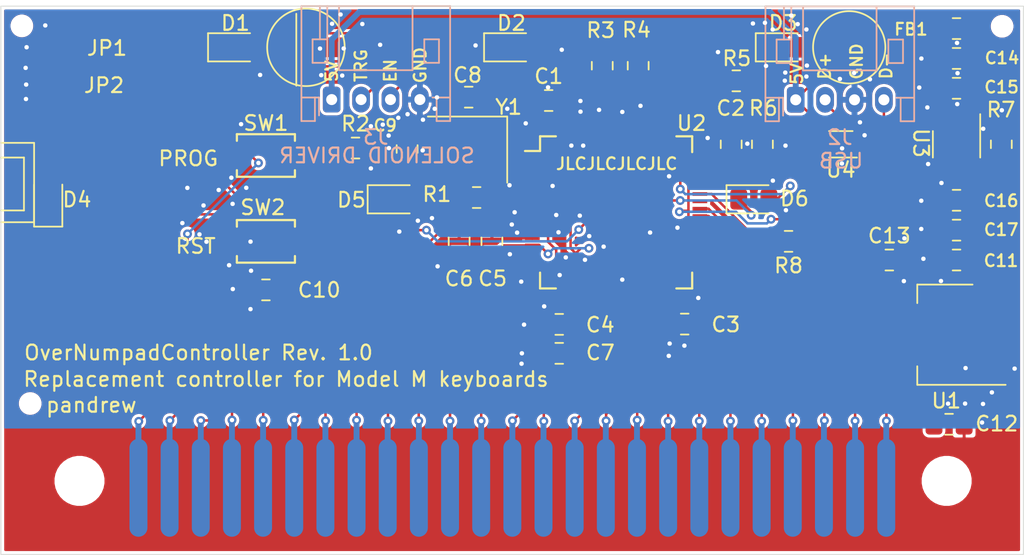
<source format=kicad_pcb>
(kicad_pcb (version 20171130) (host pcbnew 5.1.6+dfsg1-1~bpo10+1)
  (layers (0 F.Cu signal) (31 B.Cu signal) (34 B.Paste user hide) (35 F.Paste user hide) (36 B.SilkS user) (37 F.SilkS user) (38 B.Mask user hide) (39 F.Mask user hide) (44 Edge.Cuts user))
  (net 0 "")
  (net 1 GND)
  (net 2 +3.3VA)
  (net 3 "Net-(C8-Pad1)")
  (net 4 "Net-(C9-Pad1)")
  (net 5 "Net-(C10-Pad2)")
  (net 6 "Net-(C11-Pad1)")
  (net 7 "Net-(C14-Pad1)")
  (net 8 "Net-(D1-Pad2)")
  (net 9 "Net-(D2-Pad2)")
  (net 10 "Net-(D3-Pad2)")
  (net 11 VBUS)
  (net 12 USB_DM_ESD)
  (net 13 USB_DP_ESD)
  (net 14 "Net-(R1-Pad2)")
  (net 15 "Net-(R2-Pad1)")
  (net 16 LEDDRV1)
  (net 17 LEDDRV2)
  (net 18 LEDDRV3)
  (net 19 USB_DP)
  (net 20 "Net-(R7-Pad1)")
  (net 21 "Net-(R8-Pad2)")
  (net 22 MEMBRANE10)
  (net 23 MEMBRANE9)
  (net 24 MEMBRANE8)
  (net 25 MEMBRANE7)
  (net 26 MEMBRANE6)
  (net 27 MEMBRANE5)
  (net 28 MEMBRANE4)
  (net 29 "Net-(U2-Pad54)")
  (net 30 "Net-(U2-Pad50)")
  (net 31 "Net-(U2-Pad49)")
  (net 32 "Net-(U2-Pad46)")
  (net 33 USB_DM)
  (net 34 "Net-(U2-Pad42)")
  (net 35 MEMBRANE25)
  (net 36 MEMBRANE16)
  (net 37 MEMBRANE15)
  (net 38 MEMBRANE14)
  (net 39 MEMBRANE13)
  (net 40 MEMBRANE12)
  (net 41 MEMBRANE11)
  (net 42 MEMBRANE3)
  (net 43 MEMBRANE2)
  (net 44 MEMBRANE1)
  (net 45 MEMBRANE24)
  (net 46 MEMBRANE23)
  (net 47 MEMBRANE22)
  (net 48 MEMBRANE21)
  (net 49 "Net-(U2-Pad18)")
  (net 50 MEMBRANE20)
  (net 51 MEMBRANE19)
  (net 52 MEMBRANE18)
  (net 53 MEMBRANE17)
  (net 54 "Net-(U2-Pad4)")
  (net 55 "Net-(U2-Pad3)")
  (net 56 "Net-(D1-Pad1)")
  (net 57 "Net-(D4-Pad1)")
  (net 58 "Net-(U2-Pad62)")
  (net 59 "Net-(U2-Pad61)")
  (net 60 "Net-(U2-Pad59)")
  (net 61 "Net-(U2-Pad58)")
  (net 62 "Net-(U2-Pad56)")
  (net 63 "Net-(U2-Pad55)")
  (net 64 "Net-(U2-Pad10)")
  (net 65 "Net-(U2-Pad9)")
  (net 66 "Net-(U2-Pad8)")
  (net 67 SOLENOID_TRIGGER)
  (net 68 SOLENOID_ENABLE)
  (module Connector_JST:JST_PH_S4B-PH-K_1x04_P2.00mm_Horizontal (layer B.Cu) (at 86.51748 138.43508)
    (fp_text reference J3 (at 3 2.55) (layer B.SilkS) (effects (justify mirror)))
    (fp_text value Conn_Solenoid_Driver)
    (pad 1 thru_hole roundrect (at 0 0) (size 1.2 1.75) (drill 0.75) (layers *.Cu *.Mask) (roundrect_rratio 0.208333) (net 11 VBUS))
    (pad 2 thru_hole oval (at 2 0) (size 1.2 1.75) (drill 0.75) (layers *.Cu *.Mask) (net 67 SOLENOID_TRIGGER))
    (pad 3 thru_hole oval (at 4 0) (size 1.2 1.75) (drill 0.75) (layers *.Cu *.Mask) (net 68 SOLENOID_ENABLE))
    (pad 4 thru_hole oval (at 6 0) (size 1.2 1.75) (drill 0.75) (layers *.Cu *.Mask) (net 1 GND))
  )
  (module controller:tooling_hole (layer F.Cu) (at 66.00444 159.11322)
    (fp_text reference H3 hide)
    (fp_text value MountingHole hide)
    (pad "" np_thru_hole circle (at 0 0) (size 1.152 1.152) (drill 1.152) (layers *.Cu *.Mask))
  )
  (module controller:tooling_hole (layer F.Cu) (at 132.13334 133.44906)
    (fp_text reference H2 hide)
    (fp_text value MountingHole hide)
    (pad "" np_thru_hole circle (at 0 0) (size 1.152 1.152) (drill 1.152) (layers *.Cu *.Mask))
  )
  (module controller:tooling_hole (layer F.Cu) (at 65.43802 133.42112)
    (fp_text reference H1 hide)
    (fp_text value MountingHole hide)
    (pad "" np_thru_hole circle (at 0 0) (size 1.152 1.152) (drill 1.152) (layers *.Cu *.Mask))
  )
  (module controller:membrane_connector (layer B.Cu) (at 124.25 164.85 180)
    (fp_text reference J1 hide)
    (fp_text value Conn_01x25_Membrane)
    (pad 1 smd oval (at 0 0 180) (size 1.22 6.66) (layers B.Cu B.Mask) (net 44 MEMBRANE1))
    (pad 2 smd oval (at 2.12 0 180) (size 1.22 6.66) (layers B.Cu B.Mask) (net 43 MEMBRANE2))
    (pad 3 smd oval (at 4.24 0 180) (size 1.22 6.66) (layers B.Cu B.Mask) (net 42 MEMBRANE3))
    (pad 4 smd oval (at 6.36 0 180) (size 1.22 6.66) (layers B.Cu B.Mask) (net 28 MEMBRANE4))
    (pad 5 smd oval (at 8.48 0 180) (size 1.22 6.66) (layers B.Cu B.Mask) (net 27 MEMBRANE5))
    (pad 6 smd oval (at 10.6 0 180) (size 1.22 6.66) (layers B.Cu B.Mask) (net 26 MEMBRANE6))
    (pad 7 smd oval (at 12.72 0 180) (size 1.22 6.66) (layers B.Cu B.Mask) (net 25 MEMBRANE7))
    (pad 8 smd oval (at 14.84 0 180) (size 1.22 6.66) (layers B.Cu B.Mask) (net 24 MEMBRANE8))
    (pad 9 smd oval (at 16.96 0 180) (size 1.22 6.66) (layers B.Cu B.Mask) (net 23 MEMBRANE9))
    (pad 10 smd oval (at 19.08 0 180) (size 1.22 6.66) (layers B.Cu B.Mask) (net 22 MEMBRANE10))
    (pad 11 smd oval (at 21.2 0 180) (size 1.22 6.66) (layers B.Cu B.Mask) (net 41 MEMBRANE11))
    (pad 12 smd oval (at 23.32 0 180) (size 1.22 6.66) (layers B.Cu B.Mask) (net 40 MEMBRANE12))
    (pad 13 smd oval (at 25.44 0 180) (size 1.22 6.66) (layers B.Cu B.Mask) (net 39 MEMBRANE13))
    (pad 14 smd oval (at 27.56 0 180) (size 1.22 6.66) (layers B.Cu B.Mask) (net 38 MEMBRANE14))
    (pad 15 smd oval (at 29.68 0 180) (size 1.22 6.66) (layers B.Cu B.Mask) (net 37 MEMBRANE15))
    (pad 16 smd oval (at 31.8 0 180) (size 1.22 6.66) (layers B.Cu B.Mask) (net 36 MEMBRANE16))
    (pad 17 smd oval (at 33.92 0 180) (size 1.22 6.66) (layers B.Cu B.Mask) (net 53 MEMBRANE17))
    (pad 18 smd oval (at 36.04 0 180) (size 1.22 6.66) (layers B.Cu B.Mask) (net 52 MEMBRANE18))
    (pad 19 smd oval (at 38.16 0 180) (size 1.22 6.66) (layers B.Cu B.Mask) (net 51 MEMBRANE19))
    (pad 20 smd oval (at 40.28 0 180) (size 1.22 6.66) (layers B.Cu B.Mask) (net 50 MEMBRANE20))
    (pad 21 smd oval (at 42.4 0 180) (size 1.22 6.66) (layers B.Cu B.Mask) (net 48 MEMBRANE21))
    (pad 22 smd oval (at 44.52 0 180) (size 1.22 6.66) (layers B.Cu B.Mask) (net 47 MEMBRANE22))
    (pad 23 smd oval (at 46.64 0 180) (size 1.22 6.66) (layers B.Cu B.Mask) (net 46 MEMBRANE23))
    (pad 24 smd oval (at 48.76 0 180) (size 1.22 6.66) (layers B.Cu B.Mask) (net 45 MEMBRANE24))
    (pad 25 smd oval (at 50.88 0 180) (size 1.22 6.66) (layers B.Cu B.Mask) (net 35 MEMBRANE25))
    (pad "" np_thru_hole circle (at -4.11 0.47 180) (size 3 3) (drill 3) (layers *.Cu *.Mask))
    (pad "" np_thru_hole circle (at 54.89 0.47 180) (size 3 3) (drill 3) (layers *.Cu *.Mask))
  )
  (module controller:shortable (layer F.Cu) (at 68.007 137.414 180)
    (fp_text reference JP2 (at -3.02156 -0.05334 unlocked) (layer F.SilkS))
    (fp_text value SolderJumper_2_Open hide)
    (pad 1 smd custom (at -0.827 0) (size 1.4 1.4) (layers F.Cu F.Mask) (net 57 "Net-(D4-Pad1)") (options (clearance outline) (anchor circle)) (primitives (gr_poly (pts (xy 0 -0.7) (xy -0.7 -0.7) (xy -0.7 0.7) (xy 0 0.7)) (width 0))))
    (pad 2 smd custom (at 0.827 0 180) (size 1.4 1.4) (layers F.Cu F.Mask) (net 1 GND) (options (clearance outline) (anchor circle)) (primitives (gr_poly (pts (xy 0 -0.7) (xy -0.7 -0.7) (xy -0.7 0.7) (xy 0 0.7)) (width 0))))
  )
  (module controller:shortable (layer F.Cu) (at 68.007 134.874 180)
    (fp_text reference JP1 (at -3.22222 -0.05842 unlocked) (layer F.SilkS))
    (fp_text value SolderJumper_2_Open hide)
    (pad 1 smd custom (at -0.827 0) (size 1.4 1.4) (layers F.Cu F.Mask) (net 56 "Net-(D1-Pad1)") (options (clearance outline) (anchor circle)) (primitives (gr_poly (pts (xy 0 -0.7) (xy -0.7 -0.7) (xy -0.7 0.7) (xy 0 0.7)) (width 0))))
    (pad 2 smd custom (at 0.827 0 180) (size 1.4 1.4) (layers F.Cu F.Mask) (net 1 GND) (options (clearance outline) (anchor circle)) (primitives (gr_poly (pts (xy 0 -0.7) (xy -0.7 -0.7) (xy -0.7 0.7) (xy 0 0.7)) (width 0))))
  )
  (module LED_SMD:LED_0805_2012Metric_Pad1.15x1.40mm_HandSolder (layer F.Cu) (at 115.24 145.22)
    (fp_text reference D6 (at 2.76332 -0.0463 unlocked) (layer F.SilkS))
    (fp_text value LED)
    (pad 2 smd roundrect (at 1.025 0) (size 1.15 1.4) (layers F.Cu F.Paste F.Mask) (roundrect_rratio 0.217391) (net 10 "Net-(D3-Pad2)"))
    (pad 1 smd roundrect (at -1.025 0) (size 1.15 1.4) (layers F.Cu F.Paste F.Mask) (roundrect_rratio 0.217391) (net 57 "Net-(D4-Pad1)"))
  )
  (module LED_SMD:LED_0805_2012Metric_Pad1.15x1.40mm_HandSolder (layer F.Cu) (at 90.825 145.22)
    (fp_text reference D5 (at -2.96386 0.0426 unlocked) (layer F.SilkS))
    (fp_text value LED)
    (pad 2 smd roundrect (at 1.025 0) (size 1.15 1.4) (layers F.Cu F.Paste F.Mask) (roundrect_rratio 0.217391) (net 9 "Net-(D2-Pad2)"))
    (pad 1 smd roundrect (at -1.025 0) (size 1.15 1.4) (layers F.Cu F.Paste F.Mask) (roundrect_rratio 0.217391) (net 57 "Net-(D4-Pad1)"))
  )
  (module LED_SMD:LED_0805_2012Metric_Pad1.15x1.40mm_HandSolder (layer F.Cu) (at 67.23 145.22 90)
    (fp_text reference D4 (at -0.02228 1.95452 unlocked) (layer F.SilkS))
    (fp_text value LED)
    (pad 2 smd roundrect (at 1.025 0 90) (size 1.15 1.4) (layers F.Cu F.Paste F.Mask) (roundrect_rratio 0.217391) (net 8 "Net-(D1-Pad2)"))
    (pad 1 smd roundrect (at -1.025 0 90) (size 1.15 1.4) (layers F.Cu F.Paste F.Mask) (roundrect_rratio 0.217391) (net 57 "Net-(D4-Pad1)"))
  )
  (module Crystal:Crystal_SMD_3225-4Pin_3.2x2.5mm_HandSoldering (layer F.Cu) (at 95.76 141.84 180)
    (fp_text reference Y1 (at -2.79708 2.89438 unlocked) (layer F.SilkS))
    (fp_text value 16MHz)
    (pad 4 smd rect (at -1.45 -1.15 180) (size 2.1 1.8) (layers F.Cu F.Paste F.Mask) (net 1 GND))
    (pad 3 smd rect (at 1.45 -1.15 180) (size 2.1 1.8) (layers F.Cu F.Paste F.Mask) (net 4 "Net-(C9-Pad1)"))
    (pad 2 smd rect (at 1.45 1.15 180) (size 2.1 1.8) (layers F.Cu F.Paste F.Mask) (net 1 GND))
    (pad 1 smd rect (at -1.45 1.15 180) (size 2.1 1.8) (layers F.Cu F.Paste F.Mask) (net 3 "Net-(C8-Pad1)"))
  )
  (module Package_TO_SOT_SMD:SOT-666 (layer F.Cu) (at 121.158 141.478 180)
    (fp_text reference U4 (at 0 -1.75 unlocked) (layer F.SilkS))
    (fp_text value USBLC6-2SC6)
    (pad 6 smd rect (at 0.85 -0.5375 180) (size 0.5 0.375) (layers F.Cu F.Paste F.Mask) (net 33 USB_DM))
    (pad 4 smd rect (at 0.85 0.5375 180) (size 0.5 0.375) (layers F.Cu F.Paste F.Mask) (net 19 USB_DP))
    (pad 2 smd rect (at -0.925 0 180) (size 0.65 0.3) (layers F.Cu F.Paste F.Mask) (net 1 GND))
    (pad 5 smd rect (at 0.925 0 180) (size 0.65 0.3) (layers F.Cu F.Paste F.Mask) (net 11 VBUS))
    (pad 3 smd rect (at -0.85 0.5375 180) (size 0.5 0.375) (layers F.Cu F.Paste F.Mask) (net 13 USB_DP_ESD))
    (pad 1 smd rect (at -0.85 -0.5375 180) (size 0.5 0.375) (layers F.Cu F.Paste F.Mask) (net 12 USB_DM_ESD))
  )
  (module Package_TO_SOT_SMD:SOT-23-6_Handsoldering (layer F.Cu) (at 129.032 141.478 270)
    (fp_text reference U3 (at -0.09144 2.41808 270 unlocked) (layer F.SilkS))
    (fp_text value TPS2553DBVR)
    (pad 5 smd rect (at 1.35 0 270) (size 1.56 0.65) (layers F.Cu F.Paste F.Mask) (net 20 "Net-(R7-Pad1)"))
    (pad 6 smd rect (at 1.35 -0.95 270) (size 1.56 0.65) (layers F.Cu F.Paste F.Mask) (net 6 "Net-(C11-Pad1)"))
    (pad 4 smd rect (at 1.35 0.95 270) (size 1.56 0.65) (layers F.Cu F.Paste F.Mask) (net 1 GND))
    (pad 3 smd rect (at -1.35 0.95 270) (size 1.56 0.65) (layers F.Cu F.Paste F.Mask) (net 7 "Net-(C14-Pad1)"))
    (pad 2 smd rect (at -1.35 0 270) (size 1.56 0.65) (layers F.Cu F.Paste F.Mask) (net 1 GND))
    (pad 1 smd rect (at -1.35 -0.95 270) (size 1.56 0.65) (layers F.Cu F.Paste F.Mask) (net 7 "Net-(C14-Pad1)"))
  )
  (module Package_QFP:LQFP-64_10x10mm_P0.5mm (layer F.Cu) (at 105.87 146.11)
    (fp_text reference U2 (at 5.13054 -6.0671 unlocked) (layer F.SilkS))
    (fp_text value STM32F303RCT6)
    (pad 64 smd rect (at -3.75 -5.7 90) (size 1 0.25) (layers F.Cu F.Paste F.Mask) (net 2 +3.3VA))
    (pad 63 smd rect (at -3.25 -5.7 90) (size 1 0.25) (layers F.Cu F.Paste F.Mask) (net 1 GND))
    (pad 62 smd rect (at -2.75 -5.7 90) (size 1 0.25) (layers F.Cu F.Paste F.Mask) (net 58 "Net-(U2-Pad62)"))
    (pad 61 smd rect (at -2.25 -5.7 90) (size 1 0.25) (layers F.Cu F.Paste F.Mask) (net 59 "Net-(U2-Pad61)"))
    (pad 60 smd rect (at -1.75 -5.7 90) (size 1 0.25) (layers F.Cu F.Paste F.Mask) (net 15 "Net-(R2-Pad1)"))
    (pad 59 smd rect (at -1.25 -5.7 90) (size 1 0.25) (layers F.Cu F.Paste F.Mask) (net 60 "Net-(U2-Pad59)"))
    (pad 58 smd rect (at -0.75 -5.7 90) (size 1 0.25) (layers F.Cu F.Paste F.Mask) (net 61 "Net-(U2-Pad58)"))
    (pad 57 smd rect (at -0.25 -5.7 90) (size 1 0.25) (layers F.Cu F.Paste F.Mask) (net 67 SOLENOID_TRIGGER))
    (pad 56 smd rect (at 0.25 -5.7 90) (size 1 0.25) (layers F.Cu F.Paste F.Mask) (net 62 "Net-(U2-Pad56)"))
    (pad 55 smd rect (at 0.75 -5.7 90) (size 1 0.25) (layers F.Cu F.Paste F.Mask) (net 63 "Net-(U2-Pad55)"))
    (pad 54 smd rect (at 1.25 -5.7 90) (size 1 0.25) (layers F.Cu F.Paste F.Mask) (net 29 "Net-(U2-Pad54)"))
    (pad 53 smd rect (at 1.75 -5.7 90) (size 1 0.25) (layers F.Cu F.Paste F.Mask) (net 16 LEDDRV1))
    (pad 52 smd rect (at 2.25 -5.7 90) (size 1 0.25) (layers F.Cu F.Paste F.Mask) (net 17 LEDDRV2))
    (pad 51 smd rect (at 2.75 -5.7 90) (size 1 0.25) (layers F.Cu F.Paste F.Mask) (net 18 LEDDRV3))
    (pad 50 smd rect (at 3.25 -5.7 90) (size 1 0.25) (layers F.Cu F.Paste F.Mask) (net 30 "Net-(U2-Pad50)"))
    (pad 49 smd rect (at 3.75 -5.7 90) (size 1 0.25) (layers F.Cu F.Paste F.Mask) (net 31 "Net-(U2-Pad49)"))
    (pad 48 smd rect (at 5.7 -3.75) (size 1 0.25) (layers F.Cu F.Paste F.Mask) (net 2 +3.3VA))
    (pad 47 smd rect (at 5.7 -3.25) (size 1 0.25) (layers F.Cu F.Paste F.Mask) (net 1 GND))
    (pad 46 smd rect (at 5.7 -2.75) (size 1 0.25) (layers F.Cu F.Paste F.Mask) (net 32 "Net-(U2-Pad46)"))
    (pad 45 smd rect (at 5.7 -2.25) (size 1 0.25) (layers F.Cu F.Paste F.Mask) (net 19 USB_DP))
    (pad 44 smd rect (at 5.7 -1.75) (size 1 0.25) (layers F.Cu F.Paste F.Mask) (net 33 USB_DM))
    (pad 43 smd rect (at 5.7 -1.25) (size 1 0.25) (layers F.Cu F.Paste F.Mask) (net 21 "Net-(R8-Pad2)"))
    (pad 42 smd rect (at 5.7 -0.75) (size 1 0.25) (layers F.Cu F.Paste F.Mask) (net 34 "Net-(U2-Pad42)"))
    (pad 41 smd rect (at 5.7 -0.25) (size 1 0.25) (layers F.Cu F.Paste F.Mask) (net 44 MEMBRANE1))
    (pad 40 smd rect (at 5.7 0.25) (size 1 0.25) (layers F.Cu F.Paste F.Mask) (net 43 MEMBRANE2))
    (pad 39 smd rect (at 5.7 0.75) (size 1 0.25) (layers F.Cu F.Paste F.Mask) (net 42 MEMBRANE3))
    (pad 38 smd rect (at 5.7 1.25) (size 1 0.25) (layers F.Cu F.Paste F.Mask) (net 28 MEMBRANE4))
    (pad 37 smd rect (at 5.7 1.75) (size 1 0.25) (layers F.Cu F.Paste F.Mask) (net 27 MEMBRANE5))
    (pad 36 smd rect (at 5.7 2.25) (size 1 0.25) (layers F.Cu F.Paste F.Mask) (net 26 MEMBRANE6))
    (pad 35 smd rect (at 5.7 2.75) (size 1 0.25) (layers F.Cu F.Paste F.Mask) (net 25 MEMBRANE7))
    (pad 34 smd rect (at 5.7 3.25) (size 1 0.25) (layers F.Cu F.Paste F.Mask) (net 24 MEMBRANE8))
    (pad 33 smd rect (at 5.7 3.75) (size 1 0.25) (layers F.Cu F.Paste F.Mask) (net 23 MEMBRANE9))
    (pad 32 smd rect (at 3.75 5.7 90) (size 1 0.25) (layers F.Cu F.Paste F.Mask) (net 2 +3.3VA))
    (pad 31 smd rect (at 3.25 5.7 90) (size 1 0.25) (layers F.Cu F.Paste F.Mask) (net 1 GND))
    (pad 30 smd rect (at 2.75 5.7 90) (size 1 0.25) (layers F.Cu F.Paste F.Mask) (net 22 MEMBRANE10))
    (pad 29 smd rect (at 2.25 5.7 90) (size 1 0.25) (layers F.Cu F.Paste F.Mask) (net 41 MEMBRANE11))
    (pad 28 smd rect (at 1.75 5.7 90) (size 1 0.25) (layers F.Cu F.Paste F.Mask) (net 40 MEMBRANE12))
    (pad 27 smd rect (at 1.25 5.7 90) (size 1 0.25) (layers F.Cu F.Paste F.Mask) (net 39 MEMBRANE13))
    (pad 26 smd rect (at 0.75 5.7 90) (size 1 0.25) (layers F.Cu F.Paste F.Mask) (net 38 MEMBRANE14))
    (pad 25 smd rect (at 0.25 5.7 90) (size 1 0.25) (layers F.Cu F.Paste F.Mask) (net 37 MEMBRANE15))
    (pad 24 smd rect (at -0.25 5.7 90) (size 1 0.25) (layers F.Cu F.Paste F.Mask) (net 36 MEMBRANE16))
    (pad 23 smd rect (at -0.75 5.7 90) (size 1 0.25) (layers F.Cu F.Paste F.Mask) (net 53 MEMBRANE17))
    (pad 22 smd rect (at -1.25 5.7 90) (size 1 0.25) (layers F.Cu F.Paste F.Mask) (net 52 MEMBRANE18))
    (pad 21 smd rect (at -1.75 5.7 90) (size 1 0.25) (layers F.Cu F.Paste F.Mask) (net 51 MEMBRANE19))
    (pad 20 smd rect (at -2.25 5.7 90) (size 1 0.25) (layers F.Cu F.Paste F.Mask) (net 50 MEMBRANE20))
    (pad 19 smd rect (at -2.75 5.7 90) (size 1 0.25) (layers F.Cu F.Paste F.Mask) (net 2 +3.3VA))
    (pad 18 smd rect (at -3.25 5.7 90) (size 1 0.25) (layers F.Cu F.Paste F.Mask) (net 49 "Net-(U2-Pad18)"))
    (pad 17 smd rect (at -3.75 5.7 90) (size 1 0.25) (layers F.Cu F.Paste F.Mask) (net 48 MEMBRANE21))
    (pad 16 smd rect (at -5.7 3.75) (size 1 0.25) (layers F.Cu F.Paste F.Mask) (net 46 MEMBRANE23))
    (pad 15 smd rect (at -5.7 3.25) (size 1 0.25) (layers F.Cu F.Paste F.Mask) (net 45 MEMBRANE24))
    (pad 14 smd rect (at -5.7 2.75) (size 1 0.25) (layers F.Cu F.Paste F.Mask) (net 35 MEMBRANE25))
    (pad 13 smd rect (at -5.7 2.25) (size 1 0.25) (layers F.Cu F.Paste F.Mask) (net 2 +3.3VA))
    (pad 12 smd rect (at -5.7 1.75) (size 1 0.25) (layers F.Cu F.Paste F.Mask) (net 1 GND))
    (pad 11 smd rect (at -5.7 1.25) (size 1 0.25) (layers F.Cu F.Paste F.Mask) (net 47 MEMBRANE22))
    (pad 10 smd rect (at -5.7 0.75) (size 1 0.25) (layers F.Cu F.Paste F.Mask) (net 64 "Net-(U2-Pad10)"))
    (pad 9 smd rect (at -5.7 0.25) (size 1 0.25) (layers F.Cu F.Paste F.Mask) (net 65 "Net-(U2-Pad9)"))
    (pad 8 smd rect (at -5.7 -0.25) (size 1 0.25) (layers F.Cu F.Paste F.Mask) (net 66 "Net-(U2-Pad8)"))
    (pad 7 smd rect (at -5.7 -0.75) (size 1 0.25) (layers F.Cu F.Paste F.Mask) (net 5 "Net-(C10-Pad2)"))
    (pad 6 smd rect (at -5.7 -1.25) (size 1 0.25) (layers F.Cu F.Paste F.Mask) (net 14 "Net-(R1-Pad2)"))
    (pad 5 smd rect (at -5.7 -1.75) (size 1 0.25) (layers F.Cu F.Paste F.Mask) (net 3 "Net-(C8-Pad1)"))
    (pad 4 smd rect (at -5.7 -2.25) (size 1 0.25) (layers F.Cu F.Paste F.Mask) (net 54 "Net-(U2-Pad4)"))
    (pad 3 smd rect (at -5.7 -2.75) (size 1 0.25) (layers F.Cu F.Paste F.Mask) (net 55 "Net-(U2-Pad3)"))
    (pad 2 smd rect (at -5.7 -3.25) (size 1 0.25) (layers F.Cu F.Paste F.Mask) (net 68 SOLENOID_ENABLE))
    (pad 1 smd rect (at -5.7 -3.75) (size 1 0.25) (layers F.Cu F.Paste F.Mask) (net 2 +3.3VA))
  )
  (module Package_TO_SOT_SMD:SOT-223-3_TabPin2 (layer F.Cu) (at 128.27 154.432 180)
    (fp_text reference U1 (at -0.0635 -4.49834 unlocked) (layer F.SilkS))
    (fp_text value AMS1117-3.3)
    (pad 1 smd rect (at -3.15 -2.3 180) (size 2 1.5) (layers F.Cu F.Paste F.Mask) (net 1 GND))
    (pad 3 smd rect (at -3.15 2.3 180) (size 2 1.5) (layers F.Cu F.Paste F.Mask) (net 6 "Net-(C11-Pad1)"))
    (pad 2 smd rect (at -3.15 0 180) (size 2 1.5) (layers F.Cu F.Paste F.Mask) (net 2 +3.3VA))
    (pad 2 smd rect (at 3.15 0 180) (size 2 3.8) (layers F.Cu F.Paste F.Mask) (net 2 +3.3VA))
  )
  (module controller:TS342A2PWZ (layer F.Cu) (at 82.042 148.082 180)
    (fp_text reference SW2 (at 0.20828 2.30886 unlocked) (layer F.SilkS))
    (fp_text value SW_Push)
    (pad 2 smd rect (at 2.475 0 180) (size 1.55 2) (layers F.Cu F.Paste F.Mask) (net 1 GND))
    (pad 1 smd rect (at -2.475 0 180) (size 1.55 2) (layers F.Cu F.Paste F.Mask) (net 5 "Net-(C10-Pad2)"))
  )
  (module controller:TS342A2PWZ (layer F.Cu) (at 82.042 142.24)
    (fp_text reference SW1 (at 0 -2.2 unlocked) (layer F.SilkS))
    (fp_text value SW_Push)
    (pad 2 smd rect (at 2.475 0) (size 1.55 2) (layers F.Cu F.Paste F.Mask) (net 15 "Net-(R2-Pad1)"))
    (pad 1 smd rect (at -2.475 0) (size 1.55 2) (layers F.Cu F.Paste F.Mask) (net 2 +3.3VA))
  )
  (module Resistor_SMD:R_0805_2012Metric_Pad1.15x1.40mm_HandSolder (layer F.Cu) (at 117.602 148.082 180)
    (fp_text reference R8 (at 0 -1.65 unlocked) (layer F.SilkS))
    (fp_text value 62k)
    (pad 2 smd roundrect (at 1.025 0 180) (size 1.15 1.4) (layers F.Cu F.Paste F.Mask) (roundrect_rratio 0.217391) (net 21 "Net-(R8-Pad2)"))
    (pad 1 smd roundrect (at -1.025 0 180) (size 1.15 1.4) (layers F.Cu F.Paste F.Mask) (roundrect_rratio 0.217391) (net 2 +3.3VA))
  )
  (module Resistor_SMD:R_0805_2012Metric_Pad1.15x1.40mm_HandSolder (layer F.Cu) (at 132.08 141.478 90)
    (fp_text reference R7 (at 2.3495 -0.0254 unlocked) (layer F.SilkS))
    (fp_text value 62k)
    (pad 2 smd roundrect (at 1.025 0 90) (size 1.15 1.4) (layers F.Cu F.Paste F.Mask) (roundrect_rratio 0.217391) (net 1 GND))
    (pad 1 smd roundrect (at -1.025 0 90) (size 1.15 1.4) (layers F.Cu F.Paste F.Mask) (roundrect_rratio 0.217391) (net 20 "Net-(R7-Pad1)"))
  )
  (module Resistor_SMD:R_0805_2012Metric_Pad1.15x1.40mm_HandSolder (layer F.Cu) (at 115.824 141.478 270)
    (fp_text reference R6 (at -2.45872 -0.05842 unlocked) (layer F.SilkS))
    (fp_text value 1.5k)
    (pad 2 smd roundrect (at 1.025 0 270) (size 1.15 1.4) (layers F.Cu F.Paste F.Mask) (roundrect_rratio 0.217391) (net 19 USB_DP))
    (pad 1 smd roundrect (at -1.025 0 270) (size 1.15 1.4) (layers F.Cu F.Paste F.Mask) (roundrect_rratio 0.217391) (net 2 +3.3VA))
  )
  (module Resistor_SMD:R_0805_2012Metric_Pad1.15x1.40mm_HandSolder (layer F.Cu) (at 114.046 137.16 180)
    (fp_text reference R5 (at -0.03556 1.524 unlocked) (layer F.SilkS))
    (fp_text value 330)
    (pad 2 smd roundrect (at 1.025 0 180) (size 1.15 1.4) (layers F.Cu F.Paste F.Mask) (roundrect_rratio 0.217391) (net 18 LEDDRV3))
    (pad 1 smd roundrect (at -1.025 0 180) (size 1.15 1.4) (layers F.Cu F.Paste F.Mask) (roundrect_rratio 0.217391) (net 10 "Net-(D3-Pad2)"))
  )
  (module Resistor_SMD:R_0805_2012Metric_Pad1.15x1.40mm_HandSolder (layer F.Cu) (at 107.3714 136.13008 270)
    (fp_text reference R4 (at -2.43464 0.11736 unlocked) (layer F.SilkS))
    (fp_text value 330)
    (pad 2 smd roundrect (at 1.025 0 270) (size 1.15 1.4) (layers F.Cu F.Paste F.Mask) (roundrect_rratio 0.217391) (net 17 LEDDRV2))
    (pad 1 smd roundrect (at -1.025 0 270) (size 1.15 1.4) (layers F.Cu F.Paste F.Mask) (roundrect_rratio 0.217391) (net 9 "Net-(D2-Pad2)"))
  )
  (module Resistor_SMD:R_0805_2012Metric_Pad1.15x1.40mm_HandSolder (layer F.Cu) (at 104.9274 136.13008 270)
    (fp_text reference R3 (at -2.4067 0.10414 unlocked) (layer F.SilkS))
    (fp_text value 330)
    (pad 2 smd roundrect (at 1.025 0 270) (size 1.15 1.4) (layers F.Cu F.Paste F.Mask) (roundrect_rratio 0.217391) (net 16 LEDDRV1))
    (pad 1 smd roundrect (at -1.025 0 270) (size 1.15 1.4) (layers F.Cu F.Paste F.Mask) (roundrect_rratio 0.217391) (net 8 "Net-(D1-Pad2)"))
  )
  (module Resistor_SMD:R_0805_2012Metric_Pad1.15x1.40mm_HandSolder (layer F.Cu) (at 88.138 141.732)
    (fp_text reference R2 (at 0 -1.65 unlocked) (layer F.SilkS))
    (fp_text value 62k)
    (pad 2 smd roundrect (at 1.025 0) (size 1.15 1.4) (layers F.Cu F.Paste F.Mask) (roundrect_rratio 0.217391) (net 1 GND))
    (pad 1 smd roundrect (at -1.025 0) (size 1.15 1.4) (layers F.Cu F.Paste F.Mask) (roundrect_rratio 0.217391) (net 15 "Net-(R2-Pad1)"))
  )
  (module Resistor_SMD:R_0805_2012Metric_Pad1.15x1.40mm_HandSolder (layer F.Cu) (at 96.38 145.1)
    (fp_text reference R1 (at -2.70734 -0.22094 unlocked) (layer F.SilkS))
    (fp_text value 390)
    (pad 2 smd roundrect (at 1.025 0) (size 1.15 1.4) (layers F.Cu F.Paste F.Mask) (roundrect_rratio 0.217391) (net 14 "Net-(R1-Pad2)"))
    (pad 1 smd roundrect (at -1.025 0) (size 1.15 1.4) (layers F.Cu F.Paste F.Mask) (roundrect_rratio 0.217391) (net 4 "Net-(C9-Pad1)"))
  )
  (module Connector_JST:JST_PH_S4B-PH-K_1x04_P2.00mm_Horizontal (layer B.Cu) (at 118.09 138.45)
    (fp_text reference J2 (at 3 2.55) (layer B.SilkS) (effects (justify mirror)))
    (fp_text value Conn_01x04)
    (pad 4 thru_hole oval (at 6 0) (size 1.2 1.75) (drill 0.75) (layers *.Cu *.Mask) (net 12 USB_DM_ESD))
    (pad 3 thru_hole oval (at 4 0) (size 1.2 1.75) (drill 0.75) (layers *.Cu *.Mask) (net 1 GND))
    (pad 2 thru_hole oval (at 2 0) (size 1.2 1.75) (drill 0.75) (layers *.Cu *.Mask) (net 13 USB_DP_ESD))
    (pad 1 thru_hole roundrect (at 0 0) (size 1.2 1.75) (drill 0.75) (layers *.Cu *.Mask) (roundrect_rratio 0.208333) (net 11 VBUS))
  )
  (module Inductor_SMD:L_0805_2012Metric_Pad1.15x1.40mm_HandSolder (layer F.Cu) (at 129.032 133.604 180)
    (fp_text reference FB1 (at 3.10134 -0.0508 unlocked) (layer F.SilkS) (effects (font (size 0.8 0.8))))
    (fp_text value Ferrite_Bead)
    (pad 2 smd roundrect (at 1.025 0 180) (size 1.15 1.4) (layers F.Cu F.Paste F.Mask) (roundrect_rratio 0.217391) (net 11 VBUS))
    (pad 1 smd roundrect (at -1.025 0 180) (size 1.15 1.4) (layers F.Cu F.Paste F.Mask) (roundrect_rratio 0.217391) (net 7 "Net-(C14-Pad1)"))
  )
  (module LED_SMD:LED_0805_2012Metric_Pad1.15x1.40mm_HandSolder (layer F.Cu) (at 117.23 134.88)
    (fp_text reference D3 (at 0 -1.65 unlocked) (layer F.SilkS))
    (fp_text value LED)
    (pad 2 smd roundrect (at 1.025 0) (size 1.15 1.4) (layers F.Cu F.Paste F.Mask) (roundrect_rratio 0.217391) (net 10 "Net-(D3-Pad2)"))
    (pad 1 smd roundrect (at -1.025 0) (size 1.15 1.4) (layers F.Cu F.Paste F.Mask) (roundrect_rratio 0.217391) (net 56 "Net-(D1-Pad1)"))
  )
  (module LED_SMD:LED_0805_2012Metric_Pad1.15x1.40mm_HandSolder (layer F.Cu) (at 98.745 134.88)
    (fp_text reference D2 (at 0 -1.65 unlocked) (layer F.SilkS))
    (fp_text value LED)
    (pad 2 smd roundrect (at 1.025 0) (size 1.15 1.4) (layers F.Cu F.Paste F.Mask) (roundrect_rratio 0.217391) (net 9 "Net-(D2-Pad2)"))
    (pad 1 smd roundrect (at -1.025 0) (size 1.15 1.4) (layers F.Cu F.Paste F.Mask) (roundrect_rratio 0.217391) (net 56 "Net-(D1-Pad1)"))
  )
  (module LED_SMD:LED_0805_2012Metric_Pad1.15x1.40mm_HandSolder (layer F.Cu) (at 79.965 134.88)
    (fp_text reference D1 (at 0 -1.65 unlocked) (layer F.SilkS))
    (fp_text value LED)
    (pad 2 smd roundrect (at 1.025 0) (size 1.15 1.4) (layers F.Cu F.Paste F.Mask) (roundrect_rratio 0.217391) (net 8 "Net-(D1-Pad2)"))
    (pad 1 smd roundrect (at -1.025 0) (size 1.15 1.4) (layers F.Cu F.Paste F.Mask) (roundrect_rratio 0.217391) (net 56 "Net-(D1-Pad1)"))
  )
  (module Capacitor_SMD:C_0805_2012Metric_Pad1.15x1.40mm_HandSolder (layer F.Cu) (at 129.032 147.32 180)
    (fp_text reference C17 (at -3.04038 0.03048 unlocked) (layer F.SilkS) (effects (font (size 0.8 0.8))))
    (fp_text value 22uF)
    (pad 2 smd roundrect (at 1.025 0 180) (size 1.15 1.4) (layers F.Cu F.Paste F.Mask) (roundrect_rratio 0.217391) (net 1 GND))
    (pad 1 smd roundrect (at -1.025 0 180) (size 1.15 1.4) (layers F.Cu F.Paste F.Mask) (roundrect_rratio 0.217391) (net 6 "Net-(C11-Pad1)"))
  )
  (module Capacitor_SMD:C_0805_2012Metric_Pad1.15x1.40mm_HandSolder (layer F.Cu) (at 129.032 145.288 180)
    (fp_text reference C16 (at -3.04038 -0.03302 unlocked) (layer F.SilkS) (effects (font (size 0.8 0.8))))
    (fp_text value 100nF)
    (pad 2 smd roundrect (at 1.025 0 180) (size 1.15 1.4) (layers F.Cu F.Paste F.Mask) (roundrect_rratio 0.217391) (net 1 GND))
    (pad 1 smd roundrect (at -1.025 0 180) (size 1.15 1.4) (layers F.Cu F.Paste F.Mask) (roundrect_rratio 0.217391) (net 6 "Net-(C11-Pad1)"))
  )
  (module Capacitor_SMD:C_0805_2012Metric_Pad1.15x1.40mm_HandSolder (layer F.Cu) (at 129.032 137.668 180)
    (fp_text reference C15 (at -3.06578 0.0762 unlocked) (layer F.SilkS) (effects (font (size 0.8 0.8))))
    (fp_text value 100nF)
    (pad 2 smd roundrect (at 1.025 0 180) (size 1.15 1.4) (layers F.Cu F.Paste F.Mask) (roundrect_rratio 0.217391) (net 1 GND))
    (pad 1 smd roundrect (at -1.025 0 180) (size 1.15 1.4) (layers F.Cu F.Paste F.Mask) (roundrect_rratio 0.217391) (net 7 "Net-(C14-Pad1)"))
  )
  (module Capacitor_SMD:C_0805_2012Metric_Pad1.15x1.40mm_HandSolder (layer F.Cu) (at 129.032 135.636 180)
    (fp_text reference C14 (at -3.09372 0.03048 unlocked) (layer F.SilkS) (effects (font (size 0.8 0.8))))
    (fp_text value 1uF)
    (pad 2 smd roundrect (at 1.025 0 180) (size 1.15 1.4) (layers F.Cu F.Paste F.Mask) (roundrect_rratio 0.217391) (net 1 GND))
    (pad 1 smd roundrect (at -1.025 0 180) (size 1.15 1.4) (layers F.Cu F.Paste F.Mask) (roundrect_rratio 0.217391) (net 7 "Net-(C14-Pad1)"))
  )
  (module Capacitor_SMD:C_0805_2012Metric_Pad1.15x1.40mm_HandSolder (layer F.Cu) (at 124.46 149.352)
    (fp_text reference C13 (at 0 -1.65 unlocked) (layer F.SilkS))
    (fp_text value 22uF)
    (pad 2 smd roundrect (at 1.025 0) (size 1.15 1.4) (layers F.Cu F.Paste F.Mask) (roundrect_rratio 0.217391) (net 1 GND))
    (pad 1 smd roundrect (at -1.025 0) (size 1.15 1.4) (layers F.Cu F.Paste F.Mask) (roundrect_rratio 0.217391) (net 2 +3.3VA))
  )
  (module Capacitor_SMD:C_0805_2012Metric_Pad1.15x1.40mm_HandSolder (layer F.Cu) (at 128.524 160.528)
    (fp_text reference C12 (at 3.24612 -0.03556 unlocked) (layer F.SilkS))
    (fp_text value 100nF)
    (pad 2 smd roundrect (at 1.025 0) (size 1.15 1.4) (layers F.Cu F.Paste F.Mask) (roundrect_rratio 0.217391) (net 1 GND))
    (pad 1 smd roundrect (at -1.025 0) (size 1.15 1.4) (layers F.Cu F.Paste F.Mask) (roundrect_rratio 0.217391) (net 2 +3.3VA))
  )
  (module Capacitor_SMD:C_0805_2012Metric_Pad1.15x1.40mm_HandSolder (layer F.Cu) (at 129.032 149.352 180)
    (fp_text reference C11 (at -3.02768 -0.04826 unlocked) (layer F.SilkS) (effects (font (size 0.8 0.8))))
    (fp_text value 100nF)
    (pad 2 smd roundrect (at 1.025 0 180) (size 1.15 1.4) (layers F.Cu F.Paste F.Mask) (roundrect_rratio 0.217391) (net 1 GND))
    (pad 1 smd roundrect (at -1.025 0 180) (size 1.15 1.4) (layers F.Cu F.Paste F.Mask) (roundrect_rratio 0.217391) (net 6 "Net-(C11-Pad1)"))
  )
  (module Capacitor_SMD:C_0805_2012Metric_Pad1.15x1.40mm_HandSolder (layer F.Cu) (at 82.042 151.384)
    (fp_text reference C10 (at 3.62712 0.00508 unlocked) (layer F.SilkS))
    (fp_text value 100nF)
    (pad 2 smd roundrect (at 1.025 0) (size 1.15 1.4) (layers F.Cu F.Paste F.Mask) (roundrect_rratio 0.217391) (net 5 "Net-(C10-Pad2)"))
    (pad 1 smd roundrect (at -1.025 0) (size 1.15 1.4) (layers F.Cu F.Paste F.Mask) (roundrect_rratio 0.217391) (net 1 GND))
  )
  (module Capacitor_SMD:C_0805_2012Metric_Pad1.15x1.40mm_HandSolder (layer F.Cu) (at 91.65 141.8 90)
    (fp_text reference C9 (at 1.60216 -1.49016 unlocked) (layer F.SilkS) (effects (font (size 0.8 0.8))))
    (fp_text value 10pF)
    (pad 1 smd roundrect (at -1.025 0 90) (size 1.15 1.4) (layers F.Cu F.Paste F.Mask) (roundrect_rratio 0.217391) (net 4 "Net-(C9-Pad1)"))
    (pad 2 smd roundrect (at 1.025 0 90) (size 1.15 1.4) (layers F.Cu F.Paste F.Mask) (roundrect_rratio 0.217391) (net 1 GND))
  )
  (module Capacitor_SMD:C_0805_2012Metric_Pad1.15x1.40mm_HandSolder (layer F.Cu) (at 95.84 138.27 180)
    (fp_text reference C8 (at 0.07692 1.50116 unlocked) (layer F.SilkS))
    (fp_text value 10pF)
    (pad 2 smd roundrect (at 1.025 0 180) (size 1.15 1.4) (layers F.Cu F.Paste F.Mask) (roundrect_rratio 0.217391) (net 1 GND))
    (pad 1 smd roundrect (at -1.025 0 180) (size 1.15 1.4) (layers F.Cu F.Paste F.Mask) (roundrect_rratio 0.217391) (net 3 "Net-(C8-Pad1)"))
  )
  (module Capacitor_SMD:C_0805_2012Metric_Pad1.15x1.40mm_HandSolder (layer F.Cu) (at 102 155.702 180)
    (fp_text reference C7 (at -2.79786 0.04826 unlocked) (layer F.SilkS))
    (fp_text value 4.7uF)
    (pad 2 smd roundrect (at 1.025 0 180) (size 1.15 1.4) (layers F.Cu F.Paste F.Mask) (roundrect_rratio 0.217391) (net 1 GND))
    (pad 1 smd roundrect (at -1.025 0 180) (size 1.15 1.4) (layers F.Cu F.Paste F.Mask) (roundrect_rratio 0.217391) (net 2 +3.3VA))
  )
  (module Capacitor_SMD:C_0805_2012Metric_Pad1.15x1.40mm_HandSolder (layer F.Cu) (at 95.19 148.08 90)
    (fp_text reference C6 (at -2.53946 -0.0035 unlocked) (layer F.SilkS))
    (fp_text value 1uF)
    (pad 2 smd roundrect (at 1.025 0 90) (size 1.15 1.4) (layers F.Cu F.Paste F.Mask) (roundrect_rratio 0.217391) (net 1 GND))
    (pad 1 smd roundrect (at -1.025 0 90) (size 1.15 1.4) (layers F.Cu F.Paste F.Mask) (roundrect_rratio 0.217391) (net 2 +3.3VA))
  )
  (module Capacitor_SMD:C_0805_2012Metric_Pad1.15x1.40mm_HandSolder (layer F.Cu) (at 97.42 148.08 90)
    (fp_text reference C5 (at -2.53184 0.04488 unlocked) (layer F.SilkS))
    (fp_text value 10nF)
    (pad 2 smd roundrect (at 1.025 0 90) (size 1.15 1.4) (layers F.Cu F.Paste F.Mask) (roundrect_rratio 0.217391) (net 1 GND))
    (pad 1 smd roundrect (at -1.025 0 90) (size 1.15 1.4) (layers F.Cu F.Paste F.Mask) (roundrect_rratio 0.217391) (net 2 +3.3VA))
  )
  (module Capacitor_SMD:C_0805_2012Metric_Pad1.15x1.40mm_HandSolder (layer F.Cu) (at 102 153.73 180)
    (fp_text reference C4 (at -2.7877 -0.03398 unlocked) (layer F.SilkS))
    (fp_text value 100nF)
    (pad 2 smd roundrect (at 1.025 0 180) (size 1.15 1.4) (layers F.Cu F.Paste F.Mask) (roundrect_rratio 0.217391) (net 1 GND))
    (pad 1 smd roundrect (at -1.025 0 180) (size 1.15 1.4) (layers F.Cu F.Paste F.Mask) (roundrect_rratio 0.217391) (net 2 +3.3VA))
  )
  (module Capacitor_SMD:C_0805_2012Metric_Pad1.15x1.40mm_HandSolder (layer F.Cu) (at 110.535 153.71 180)
    (fp_text reference C3 (at -2.7998 -0.03366 unlocked) (layer F.SilkS))
    (fp_text value 100nF)
    (pad 2 smd roundrect (at 1.025 0 180) (size 1.15 1.4) (layers F.Cu F.Paste F.Mask) (roundrect_rratio 0.217391) (net 1 GND))
    (pad 1 smd roundrect (at -1.025 0 180) (size 1.15 1.4) (layers F.Cu F.Paste F.Mask) (roundrect_rratio 0.217391) (net 2 +3.3VA))
  )
  (module Capacitor_SMD:C_0805_2012Metric_Pad1.15x1.40mm_HandSolder (layer F.Cu) (at 113.7 141.48 270)
    (fp_text reference C2 (at -2.46072 0.02738 unlocked) (layer F.SilkS))
    (fp_text value 100nF)
    (pad 2 smd roundrect (at 1.025 0 270) (size 1.15 1.4) (layers F.Cu F.Paste F.Mask) (roundrect_rratio 0.217391) (net 1 GND))
    (pad 1 smd roundrect (at -1.025 0 270) (size 1.15 1.4) (layers F.Cu F.Paste F.Mask) (roundrect_rratio 0.217391) (net 2 +3.3VA))
  )
  (module Capacitor_SMD:C_0805_2012Metric_Pad1.15x1.40mm_HandSolder (layer F.Cu) (at 101.28 138.5)
    (fp_text reference C1 (at 0 -1.65 unlocked) (layer F.SilkS))
    (fp_text value 100nF)
    (pad 2 smd roundrect (at 1.025 0) (size 1.15 1.4) (layers F.Cu F.Paste F.Mask) (roundrect_rratio 0.217391) (net 1 GND))
    (pad 1 smd roundrect (at -1.025 0) (size 1.15 1.4) (layers F.Cu F.Paste F.Mask) (roundrect_rratio 0.217391) (net 2 +3.3VA))
  )
  (gr_text 5V (at 86.51748 136.4996 90) (layer F.SilkS) (effects (font (size 0.8 0.8))))
  (gr_text TRG (at 88.50884 136.12114 90) (layer F.SilkS) (effects (font (size 0.8 0.8))))
  (gr_text EN (at 90.50782 136.46658 90) (layer F.SilkS) (effects (font (size 0.8 0.8))))
  (gr_text GND (at 92.54236 136.09574 90) (layer F.SilkS) (effects (font (size 0.8 0.8))))
  (gr_text D- (at 124.24156 136.14146 90) (layer F.SilkS) (effects (font (size 0.8 0.8))))
  (gr_text D+ (at 120.06072 136.16178 90) (layer F.SilkS) (effects (font (size 0.8 0.8))))
  (gr_text GND (at 122.23242 135.84174 90) (layer F.SilkS) (effects (font (size 0.8 0.8))))
  (gr_text 5V (at 118.16588 136.6774 90) (layer F.SilkS) (effects (font (size 0.8 0.8))))
  (gr_text "SOLENOID DRIVER" (at 89.60104 142.24508) (layer B.SilkS) (effects (font (size 1 1)) (justify mirror)))
  (gr_text USB (at 121.17578 142.60576) (layer B.SilkS) (effects (font (size 1 1)) (justify mirror)))
  (gr_line (start 84.11 132.59816) (end 84.11 137.49274) (layer F.SilkS) (width 0.12))
  (gr_text "OverNumpadController Rev. 1.0" (at 77.4573 155.65374) (layer F.SilkS) (effects (font (size 1 1))))
  (gr_text pandrew (at 70.16242 159.21482) (layer F.SilkS) (effects (font (size 1 1))))
  (gr_text "Replacement controller for Model M keyboards" (at 83.40598 157.45714) (layer F.SilkS) (effects (font (size 1 1))))
  (gr_text PROG (at 76.76134 142.44574) (layer F.SilkS) (effects (font (size 1 1))))
  (gr_text RST (at 77.26172 148.40458) (layer F.SilkS) (effects (font (size 1 1))))
  (gr_text JLCJLCJLCJLC (at 105.91038 142.80388) (layer F.SilkS) (effects (font (size 0.8 0.8))))
  (gr_line (start 66.27 146.78) (end 64.01 146.78) (layer F.SilkS) (width 0.12))
  (gr_line (start 66.27 141.38) (end 64.01 141.38) (layer F.SilkS) (width 0.12))
  (gr_line (start 66.27 141.38) (end 66.27 146.78) (layer F.SilkS) (width 0.12))
  (gr_line (start 65.58 142.38) (end 65.58 145.98) (layer F.SilkS) (width 0.12))
  (gr_line (start 64.01 142.38) (end 65.58 142.38) (layer F.SilkS) (width 0.12))
  (gr_line (start 64.01 145.98) (end 65.58 145.98) (layer F.SilkS) (width 0.12))
  (gr_circle (center 84.765 134.88) (end 87.4 134.98) (layer F.SilkS) (width 0.12))
  (gr_circle (center 121.73 134.88) (end 124.19 134.86) (layer F.SilkS) (width 0.12))
  (gr_line (start 64.01 132.08) (end 64.01 169.38) (layer Edge.Cuts) (width 0.05))
  (gr_line (start 133.58 132.08) (end 64.01 132.08) (layer Edge.Cuts) (width 0.05))
  (gr_line (start 133.58 169.38) (end 133.58 132.08) (layer Edge.Cuts) (width 0.05))
  (gr_line (start 64.01 169.38) (end 133.58 169.38) (layer Edge.Cuts) (width 0.05))
  (segment (start 102.62 138.815) (end 102.62 140.41) (width 0.17) (layer F.Cu) (net 1))
  (segment (start 102.305 138.5) (end 102.62 138.815) (width 0.17) (layer F.Cu) (net 1))
  (segment (start 113.345 142.86) (end 113.7 142.505) (width 0.17) (layer F.Cu) (net 1))
  (segment (start 111.57 142.86) (end 113.345 142.86) (width 0.17) (layer F.Cu) (net 1))
  (segment (start 109.12 153.32) (end 109.51 153.71) (width 0.17) (layer F.Cu) (net 1))
  (segment (start 109.12 151.81) (end 109.12 153.32) (width 0.17) (layer F.Cu) (net 1))
  (segment (start 98.225 147.86) (end 97.42 147.055) (width 0.17) (layer F.Cu) (net 1))
  (segment (start 100.17 147.86) (end 98.225 147.86) (width 0.17) (layer F.Cu) (net 1))
  (segment (start 97.42 147.055) (end 95.19 147.055) (width 0.17) (layer F.Cu) (net 1))
  (segment (start 94.225 140.775) (end 94.31 140.69) (width 0.17) (layer F.Cu) (net 1))
  (segment (start 91.65 140.775) (end 94.225 140.775) (width 0.17) (layer F.Cu) (net 1))
  (segment (start 94.815 140.185) (end 94.31 140.69) (width 0.17) (layer F.Cu) (net 1))
  (segment (start 94.815 138.27) (end 94.815 140.185) (width 0.17) (layer F.Cu) (net 1))
  (segment (start 122.367002 141.478) (end 122.936 140.909002) (width 0.17) (layer F.Cu) (net 1))
  (segment (start 122.083 141.478) (end 122.367002 141.478) (width 0.17) (layer F.Cu) (net 1))
  (segment (start 122.936 140.909002) (end 122.936 140.45438) (width 0.17) (layer F.Cu) (net 1))
  (segment (start 67.18 134.874) (end 65.7606 134.874) (width 0.17) (layer F.Cu) (net 1))
  (segment (start 67.18 137.414) (end 65.73012 137.414) (width 0.17) (layer F.Cu) (net 1))
  (via (at 103.44658 139.25804) (size 0.6) (drill 0.3) (layers F.Cu B.Cu) (net 1))
  (via (at 92.71 141.89202) (size 0.6) (drill 0.3) (layers F.Cu B.Cu) (net 1))
  (via (at 93.52788 139.06246) (size 0.6) (drill 0.3) (layers F.Cu B.Cu) (net 1))
  (via (at 98.6155 144.26438) (size 0.6) (drill 0.3) (layers F.Cu B.Cu) (net 1))
  (via (at 98.77298 146.93646) (size 0.6) (drill 0.3) (layers F.Cu B.Cu) (net 1))
  (via (at 93.72346 149.78126) (size 0.6) (drill 0.3) (layers F.Cu B.Cu) (net 1))
  (via (at 114.79784 141.43736) (size 0.6) (drill 0.3) (layers F.Cu B.Cu) (net 1))
  (via (at 121.24436 141.75486) (size 0.6) (drill 0.3) (layers F.Cu B.Cu) (net 1))
  (segment (start 122.936 140.45438) (end 122.936 139.296) (width 0.17) (layer F.Cu) (net 1))
  (via (at 122.77598 140.86332) (size 0.6) (drill 0.3) (layers F.Cu B.Cu) (net 1))
  (segment (start 65.7606 134.874) (end 65.532 134.874) (width 0.17) (layer F.Cu) (net 1))
  (via (at 65.7606 134.874) (size 0.6) (drill 0.3) (layers F.Cu B.Cu) (net 1))
  (segment (start 65.73012 137.414) (end 65.278 137.414) (width 0.17) (layer F.Cu) (net 1))
  (via (at 65.73012 137.414) (size 0.6) (drill 0.3) (layers F.Cu B.Cu) (net 1))
  (via (at 91.6813 139.43076) (size 0.6) (drill 0.3) (layers F.Cu B.Cu) (net 1))
  (via (at 90.4113 141.73962) (size 0.6) (drill 0.3) (layers F.Cu B.Cu) (net 1))
  (via (at 89.18448 143.11884) (size 0.6) (drill 0.3) (layers F.Cu B.Cu) (net 1))
  (via (at 89.18448 140.24864) (size 0.6) (drill 0.3) (layers F.Cu B.Cu) (net 1))
  (via (at 80.99552 148.10232) (size 0.6) (drill 0.3) (layers F.Cu B.Cu) (net 1))
  (via (at 77.99832 148.1074) (size 0.6) (drill 0.3) (layers F.Cu B.Cu) (net 1))
  (via (at 79.53756 149.70506) (size 0.6) (drill 0.3) (layers F.Cu B.Cu) (net 1))
  (via (at 81.03108 150.08098) (size 0.6) (drill 0.3) (layers F.Cu B.Cu) (net 1))
  (via (at 79.78902 151.32812) (size 0.6) (drill 0.3) (layers F.Cu B.Cu) (net 1))
  (via (at 80.99298 152.6921) (size 0.6) (drill 0.3) (layers F.Cu B.Cu) (net 1))
  (via (at 126.6317 145.31848) (size 0.6) (drill 0.3) (layers F.Cu B.Cu) (net 1))
  (via (at 126.6317 147.23872) (size 0.6) (drill 0.3) (layers F.Cu B.Cu) (net 1))
  (via (at 126.77648 149.26818) (size 0.6) (drill 0.3) (layers F.Cu B.Cu) (net 1))
  (via (at 127.97282 150.77948) (size 0.6) (drill 0.3) (layers F.Cu B.Cu) (net 1))
  (via (at 125.44806 150.7871) (size 0.6) (drill 0.3) (layers F.Cu B.Cu) (net 1))
  (via (at 125.48616 147.8788) (size 0.6) (drill 0.3) (layers F.Cu B.Cu) (net 1))
  (via (at 129.64668 156.70276) (size 0.6) (drill 0.3) (layers F.Cu B.Cu) (net 1))
  (via (at 131.43738 158.35884) (size 0.6) (drill 0.3) (layers F.Cu B.Cu) (net 1))
  (via (at 132.98424 156.74086) (size 0.6) (drill 0.3) (layers F.Cu B.Cu) (net 1))
  (via (at 129.61366 159.12084) (size 0.6) (drill 0.3) (layers F.Cu B.Cu) (net 1))
  (via (at 130.83286 159.1437) (size 0.6) (drill 0.3) (layers F.Cu B.Cu) (net 1))
  (via (at 128.45542 159.12592) (size 0.6) (drill 0.3) (layers F.Cu B.Cu) (net 1))
  (via (at 126.63932 135.64362) (size 0.6) (drill 0.3) (layers F.Cu B.Cu) (net 1))
  (via (at 126.49454 137.6172) (size 0.6) (drill 0.3) (layers F.Cu B.Cu) (net 1))
  (via (at 129.10058 136.6393) (size 0.6) (drill 0.3) (layers F.Cu B.Cu) (net 1))
  (via (at 129.06502 134.57936) (size 0.6) (drill 0.3) (layers F.Cu B.Cu) (net 1))
  (via (at 129.08026 138.74242) (size 0.6) (drill 0.3) (layers F.Cu B.Cu) (net 1))
  (via (at 127.04572 138.97102) (size 0.6) (drill 0.3) (layers F.Cu B.Cu) (net 1))
  (via (at 132.11302 139.16152) (size 0.6) (drill 0.3) (layers F.Cu B.Cu) (net 1))
  (via (at 130.84556 140.42136) (size 0.6) (drill 0.3) (layers F.Cu B.Cu) (net 1))
  (via (at 122.0597 136.6266) (size 0.6) (drill 0.3) (layers F.Cu B.Cu) (net 1))
  (via (at 121.0945 137.03046) (size 0.6) (drill 0.3) (layers F.Cu B.Cu) (net 1))
  (via (at 123.1392 137.05586) (size 0.6) (drill 0.3) (layers F.Cu B.Cu) (net 1))
  (via (at 122.46102 139.98194) (size 0.6) (drill 0.3) (layers F.Cu B.Cu) (net 1))
  (via (at 102.82428 141.5669) (size 0.6) (drill 0.3) (layers F.Cu B.Cu) (net 1))
  (via (at 99.13366 147.49018) (size 0.6) (drill 0.3) (layers F.Cu B.Cu) (net 1))
  (via (at 109.5121 155.03652) (size 0.6) (drill 0.3) (layers F.Cu B.Cu) (net 1))
  (via (at 109.45368 155.87472) (size 0.6) (drill 0.3) (layers F.Cu B.Cu) (net 1))
  (via (at 110.5154 155.17876) (size 0.6) (drill 0.3) (layers F.Cu B.Cu) (net 1))
  (via (at 99.6061 153.74874) (size 0.6) (drill 0.3) (layers F.Cu B.Cu) (net 1))
  (via (at 99.45878 155.69946) (size 0.6) (drill 0.3) (layers F.Cu B.Cu) (net 1))
  (via (at 100.97516 152.50414) (size 0.6) (drill 0.3) (layers F.Cu B.Cu) (net 1))
  (via (at 99.43592 156.40558) (size 0.6) (drill 0.3) (layers F.Cu B.Cu) (net 1))
  (via (at 112.8014 135.2042) (size 0.6) (drill 0.3) (layers F.Cu B.Cu) (net 1))
  (via (at 89.8144 134.7089) (size 0.6) (drill 0.3) (layers F.Cu B.Cu) (net 1))
  (via (at 81.6483 136.75868) (size 0.6) (drill 0.3) (layers F.Cu B.Cu) (net 1))
  (via (at 76.69784 144.44472) (size 0.6) (drill 0.3) (layers F.Cu B.Cu) (net 1))
  (via (at 78.83144 144.58696) (size 0.6) (drill 0.3) (layers F.Cu B.Cu) (net 1))
  (via (at 79.77632 145.53184) (size 0.6) (drill 0.3) (layers F.Cu B.Cu) (net 1))
  (via (at 108.18114 147.48256) (size 0.6) (drill 0.3) (layers F.Cu B.Cu) (net 1))
  (via (at 101.5492 144.31264) (size 0.6) (drill 0.3) (layers F.Cu B.Cu) (net 1))
  (via (at 99.7204 140.05306) (size 0.6) (drill 0.3) (layers F.Cu B.Cu) (net 1))
  (via (at 93.68028 138.28522) (size 0.6) (drill 0.3) (layers F.Cu B.Cu) (net 1))
  (via (at 111.46028 151.93264) (size 0.6) (drill 0.3) (layers F.Cu B.Cu) (net 1))
  (via (at 106.28884 150.68804) (size 0.6) (drill 0.3) (layers F.Cu B.Cu) (net 1))
  (via (at 102.02926 150.37562) (size 0.6) (drill 0.3) (layers F.Cu B.Cu) (net 1))
  (via (at 99.41306 150.82266) (size 0.6) (drill 0.3) (layers F.Cu B.Cu) (net 1))
  (via (at 98.6409 148.9583) (size 0.6) (drill 0.3) (layers F.Cu B.Cu) (net 1))
  (via (at 107.52836 138.8618) (size 0.6) (drill 0.3) (layers F.Cu B.Cu) (net 1))
  (via (at 104.70896 139.13612) (size 0.6) (drill 0.3) (layers F.Cu B.Cu) (net 1))
  (via (at 112.09782 141.04874) (size 0.6) (drill 0.3) (layers F.Cu B.Cu) (net 1))
  (via (at 102.44582 149.1742) (size 0.6) (drill 0.3) (layers F.Cu B.Cu) (net 1))
  (via (at 101.95052 147.46478) (size 0.6) (drill 0.3) (layers F.Cu B.Cu) (net 1))
  (via (at 103.39832 146.33448) (size 0.6) (drill 0.3) (layers F.Cu B.Cu) (net 1))
  (via (at 104.04094 147.72386) (size 0.6) (drill 0.3) (layers F.Cu B.Cu) (net 1))
  (via (at 103.75138 149.33676) (size 0.6) (drill 0.3) (layers F.Cu B.Cu) (net 1))
  (via (at 105.02138 148.44268) (size 0.6) (drill 0.3) (layers F.Cu B.Cu) (net 1))
  (via (at 101.79558 146.28876) (size 0.6) (drill 0.3) (layers F.Cu B.Cu) (net 1))
  (via (at 98.96602 146.10334) (size 0.6) (drill 0.3) (layers F.Cu B.Cu) (net 1))
  (via (at 91.11742 147.41906) (size 0.6) (drill 0.3) (layers F.Cu B.Cu) (net 1))
  (via (at 93.33992 146.50212) (size 0.6) (drill 0.3) (layers F.Cu B.Cu) (net 1))
  (via (at 110.04296 147.15236) (size 0.6) (drill 0.3) (layers F.Cu B.Cu) (net 1))
  (via (at 109.474 143.65224) (size 0.6) (drill 0.3) (layers F.Cu B.Cu) (net 1))
  (via (at 116.5352 143.95196) (size 0.6) (drill 0.3) (layers F.Cu B.Cu) (net 1))
  (via (at 117.4242 145.9611) (size 0.6) (drill 0.3) (layers F.Cu B.Cu) (net 1))
  (via (at 121.23166 142.78356) (size 0.6) (drill 0.3) (layers F.Cu B.Cu) (net 1))
  (via (at 103.62946 141.56944) (size 0.6) (drill 0.3) (layers F.Cu B.Cu) (net 1))
  (via (at 127.09906 142.82166) (size 0.6) (drill 0.3) (layers F.Cu B.Cu) (net 1))
  (via (at 128.00584 144.10944) (size 0.6) (drill 0.3) (layers F.Cu B.Cu) (net 1))
  (via (at 130.76682 160.40862) (size 0.6) (drill 0.3) (layers F.Cu B.Cu) (net 1))
  (via (at 80.70596 144.4371) (size 0.6) (drill 0.3) (layers F.Cu B.Cu) (net 1))
  (via (at 79.68996 143.7513) (size 0.6) (drill 0.3) (layers F.Cu B.Cu) (net 1))
  (via (at 77.79766 145.63852) (size 0.6) (drill 0.3) (layers F.Cu B.Cu) (net 1))
  (via (at 76.35748 146.8374) (size 0.6) (drill 0.3) (layers F.Cu B.Cu) (net 1))
  (via (at 77.5208 147.60702) (size 0.6) (drill 0.3) (layers F.Cu B.Cu) (net 1))
  (via (at 92.38234 146.67738) (size 0.6) (drill 0.3) (layers F.Cu B.Cu) (net 1))
  (via (at 92.72778 139.80668) (size 0.6) (drill 0.3) (layers F.Cu B.Cu) (net 1))
  (via (at 101.23932 137.6045) (size 0.6) (drill 0.3) (layers F.Cu B.Cu) (net 1))
  (via (at 103.4415 138.5316) (size 0.6) (drill 0.3) (layers F.Cu B.Cu) (net 1))
  (via (at 106.29138 139.27582) (size 0.6) (drill 0.3) (layers F.Cu B.Cu) (net 1))
  (via (at 102.1715 135.04672) (size 0.6) (drill 0.3) (layers F.Cu B.Cu) (net 1))
  (via (at 87.33536 134.95782) (size 0.6) (drill 0.3) (layers F.Cu B.Cu) (net 1))
  (via (at 85.72246 134.96544) (size 0.6) (drill 0.3) (layers F.Cu B.Cu) (net 1))
  (via (at 88.60282 133.29412) (size 0.6) (drill 0.3) (layers F.Cu B.Cu) (net 1))
  (via (at 86.54288 133.27634) (size 0.6) (drill 0.3) (layers F.Cu B.Cu) (net 1))
  (via (at 87.122 132.64642) (size 0.6) (drill 0.3) (layers F.Cu B.Cu) (net 1))
  (via (at 87.23376 136.80186) (size 0.6) (drill 0.3) (layers F.Cu B.Cu) (net 1))
  (via (at 85.80628 136.77392) (size 0.6) (drill 0.3) (layers F.Cu B.Cu) (net 1))
  (via (at 96.30664 134.75208) (size 0.6) (drill 0.3) (layers F.Cu B.Cu) (net 1))
  (via (at 117.348 137.14984) (size 0.6) (drill 0.3) (layers F.Cu B.Cu) (net 1))
  (via (at 118.81612 136.8679) (size 0.6) (drill 0.3) (layers F.Cu B.Cu) (net 1))
  (via (at 118.85168 136.12114) (size 0.6) (drill 0.3) (layers F.Cu B.Cu) (net 1))
  (via (at 117.37848 136.59866) (size 0.6) (drill 0.3) (layers F.Cu B.Cu) (net 1))
  (via (at 117.78996 132.72008) (size 0.6) (drill 0.3) (layers F.Cu B.Cu) (net 1))
  (via (at 116.52504 133.6675) (size 0.6) (drill 0.3) (layers F.Cu B.Cu) (net 1))
  (via (at 115.99672 133.2103) (size 0.6) (drill 0.3) (layers F.Cu B.Cu) (net 1))
  (via (at 115.17884 133.25856) (size 0.6) (drill 0.3) (layers F.Cu B.Cu) (net 1))
  (via (at 118.2243 133.30174) (size 0.6) (drill 0.3) (layers F.Cu B.Cu) (net 1))
  (via (at 118.81612 133.66496) (size 0.6) (drill 0.3) (layers F.Cu B.Cu) (net 1))
  (via (at 116.07038 136.144) (size 0.6) (drill 0.3) (layers F.Cu B.Cu) (net 1))
  (via (at 117.39372 141.56944) (size 0.6) (drill 0.3) (layers F.Cu B.Cu) (net 1))
  (via (at 98.46564 139.05992) (size 0.6) (drill 0.3) (layers F.Cu B.Cu) (net 1))
  (via (at 90.39352 140.88364) (size 0.6) (drill 0.3) (layers F.Cu B.Cu) (net 1))
  (via (at 91.04884 139.6746) (size 0.6) (drill 0.3) (layers F.Cu B.Cu) (net 1))
  (via (at 89.99474 140.13942) (size 0.6) (drill 0.3) (layers F.Cu B.Cu) (net 1))
  (via (at 80.3529 140.10894) (size 0.6) (drill 0.3) (layers F.Cu B.Cu) (net 1))
  (via (at 65.71742 138.39698) (size 0.6) (drill 0.3) (layers F.Cu B.Cu) (net 1))
  (via (at 65.69456 136.27862) (size 0.6) (drill 0.3) (layers F.Cu B.Cu) (net 1))
  (via (at 67.0306 133.39064) (size 0.6) (drill 0.3) (layers F.Cu B.Cu) (net 1))
  (segment (start 102.12 140.365) (end 100.255 138.5) (width 0.17) (layer F.Cu) (net 2))
  (segment (start 102.12 140.41) (end 102.12 140.365) (width 0.17) (layer F.Cu) (net 2))
  (segment (start 111.795 142.36) (end 113.7 140.455) (width 0.17) (layer F.Cu) (net 2))
  (segment (start 111.57 142.36) (end 111.795 142.36) (width 0.17) (layer F.Cu) (net 2))
  (segment (start 109.66 151.81) (end 111.56 153.71) (width 0.17) (layer F.Cu) (net 2))
  (segment (start 109.62 151.81) (end 109.66 151.81) (width 0.17) (layer F.Cu) (net 2))
  (segment (start 103.12 153.635) (end 103.025 153.73) (width 0.17) (layer F.Cu) (net 2))
  (segment (start 103.12 151.81) (end 103.12 153.635) (width 0.17) (layer F.Cu) (net 2))
  (segment (start 98.165 148.36) (end 100.17 148.36) (width 0.17) (layer F.Cu) (net 2))
  (segment (start 97.42 149.105) (end 98.165 148.36) (width 0.17) (layer F.Cu) (net 2))
  (segment (start 95.19 149.105) (end 97.42 149.105) (width 0.17) (layer F.Cu) (net 2))
  (segment (start 103.12 151.225998) (end 104.231998 150.114) (width 0.17) (layer F.Cu) (net 2))
  (segment (start 103.12 151.81) (end 103.12 151.225998) (width 0.17) (layer F.Cu) (net 2))
  (segment (start 109.62 151.225998) (end 109.62 151.81) (width 0.17) (layer F.Cu) (net 2))
  (segment (start 108.508002 150.114) (end 109.62 151.225998) (width 0.17) (layer F.Cu) (net 2))
  (segment (start 104.231998 150.114) (end 108.508002 150.114) (width 0.17) (layer F.Cu) (net 2))
  (segment (start 103.12 151.81) (end 103.12 148.899402) (width 0.17) (layer F.Cu) (net 2))
  (segment (start 101.466 142.36) (end 100.17 142.36) (width 0.17) (layer F.Cu) (net 2))
  (segment (start 115.822 140.455) (end 115.824 140.453) (width 0.17) (layer F.Cu) (net 2))
  (segment (start 113.7 140.455) (end 115.822 140.455) (width 0.17) (layer F.Cu) (net 2))
  (segment (start 125.12 158.149) (end 127.499 160.528) (width 0.17) (layer F.Cu) (net 2))
  (segment (start 125.12 154.432) (end 125.12 158.149) (width 0.17) (layer F.Cu) (net 2))
  (segment (start 125.12 154.432) (end 125.12 153.822) (width 0.17) (layer F.Cu) (net 2))
  (segment (start 123.435 152.137) (end 123.435 149.352) (width 0.17) (layer F.Cu) (net 2))
  (segment (start 125.12 153.822) (end 123.435 152.137) (width 0.17) (layer F.Cu) (net 2))
  (segment (start 119.897 149.352) (end 118.627 148.082) (width 0.17) (layer F.Cu) (net 2))
  (segment (start 123.435 149.352) (end 119.897 149.352) (width 0.17) (layer F.Cu) (net 2))
  (via (at 81.534 142.748) (size 0.6) (drill 0.3) (layers F.Cu B.Cu) (net 2))
  (segment (start 81.026 142.24) (end 81.534 142.748) (width 0.17) (layer F.Cu) (net 2))
  (segment (start 79.567 142.24) (end 81.026 142.24) (width 0.17) (layer F.Cu) (net 2))
  (via (at 76.708 147.574) (size 0.6) (drill 0.3) (layers F.Cu B.Cu) (net 2))
  (segment (start 81.534 142.748) (end 76.708 147.574) (width 0.17) (layer B.Cu) (net 2))
  (segment (start 76.708 147.574) (end 76.708 152.654) (width 0.17) (layer F.Cu) (net 2))
  (segment (start 76.708 152.654) (end 77.47 153.416) (width 0.17) (layer F.Cu) (net 2))
  (segment (start 86.835194 149.105) (end 95.19 149.105) (width 0.17) (layer F.Cu) (net 2))
  (segment (start 82.524194 153.416) (end 86.835194 149.105) (width 0.17) (layer F.Cu) (net 2))
  (segment (start 77.47 153.416) (end 82.524194 153.416) (width 0.17) (layer F.Cu) (net 2))
  (segment (start 103.025 153.73) (end 103.025 155.702) (width 0.17) (layer F.Cu) (net 2))
  (segment (start 110.791001 147.831001) (end 108.508002 150.114) (width 0.17) (layer F.Cu) (net 2))
  (segment (start 110.985998 142.36) (end 110.791001 142.554997) (width 0.17) (layer F.Cu) (net 2))
  (segment (start 111.57 142.36) (end 110.985998 142.36) (width 0.17) (layer F.Cu) (net 2))
  (via (at 101.23932 148.93544) (size 0.6) (drill 0.3) (layers F.Cu B.Cu) (net 2))
  (segment (start 100.66388 148.36) (end 101.23932 148.93544) (width 0.17) (layer F.Cu) (net 2))
  (segment (start 100.17 148.36) (end 100.66388 148.36) (width 0.17) (layer F.Cu) (net 2))
  (via (at 104.02062 148.5519) (size 0.6) (drill 0.3) (layers F.Cu B.Cu) (net 2))
  (segment (start 101.62286 148.5519) (end 104.02062 148.5519) (width 0.17) (layer B.Cu) (net 2))
  (segment (start 101.23932 148.93544) (end 101.62286 148.5519) (width 0.17) (layer B.Cu) (net 2))
  (segment (start 103.467502 148.5519) (end 103.12 148.899402) (width 0.17) (layer F.Cu) (net 2))
  (segment (start 104.02062 148.5519) (end 103.467502 148.5519) (width 0.17) (layer F.Cu) (net 2))
  (via (at 110.17326 146.069606) (size 0.6) (drill 0.3) (layers F.Cu B.Cu) (net 2))
  (segment (start 110.239845 146.003021) (end 110.17326 146.069606) (width 0.17) (layer F.Cu) (net 2))
  (segment (start 110.791001 146.003021) (end 110.239845 146.003021) (width 0.17) (layer F.Cu) (net 2))
  (segment (start 110.791001 142.554997) (end 110.791001 146.003021) (width 0.17) (layer F.Cu) (net 2))
  (segment (start 110.791001 146.003021) (end 110.791001 147.831001) (width 0.17) (layer F.Cu) (net 2))
  (segment (start 110.17326 146.069606) (end 114.019886 146.069606) (width 0.17) (layer B.Cu) (net 2))
  (via (at 116.41328 146.57578) (size 0.6) (drill 0.3) (layers F.Cu B.Cu) (net 2))
  (segment (start 116.130059 146.859001) (end 116.41328 146.57578) (width 0.17) (layer B.Cu) (net 2))
  (segment (start 114.809281 146.859001) (end 116.130059 146.859001) (width 0.17) (layer B.Cu) (net 2))
  (segment (start 114.019886 146.069606) (end 114.809281 146.859001) (width 0.17) (layer B.Cu) (net 2))
  (segment (start 117.12078 146.57578) (end 118.627 148.082) (width 0.17) (layer F.Cu) (net 2))
  (segment (start 116.41328 146.57578) (end 117.12078 146.57578) (width 0.17) (layer F.Cu) (net 2))
  (segment (start 102.314999 143.208999) (end 102.04069 142.93469) (width 0.17) (layer F.Cu) (net 2))
  (segment (start 102.04069 142.93469) (end 101.466 142.36) (width 0.17) (layer F.Cu) (net 2))
  (segment (start 102.108 143.002) (end 102.04069 142.93469) (width 0.17) (layer F.Cu) (net 2))
  (segment (start 102.12 143.014) (end 102.314999 143.208999) (width 0.17) (layer F.Cu) (net 2))
  (segment (start 102.12 140.41) (end 102.12 143.014) (width 0.17) (layer F.Cu) (net 2))
  (segment (start 102.772199 143.666199) (end 102.314999 143.208999) (width 0.17) (layer F.Cu) (net 2))
  (segment (start 102.772199 148.551601) (end 102.772199 143.666199) (width 0.17) (layer F.Cu) (net 2))
  (segment (start 103.12 148.899402) (end 102.772199 148.551601) (width 0.17) (layer F.Cu) (net 2))
  (segment (start 100.17 144.36) (end 99.5 144.36) (width 0.17) (layer F.Cu) (net 3))
  (segment (start 96.865 140.345) (end 97.21 140.69) (width 0.17) (layer F.Cu) (net 3))
  (segment (start 96.865 138.27) (end 96.865 140.345) (width 0.17) (layer F.Cu) (net 3))
  (segment (start 99.5 144.36) (end 99.32416 144.18416) (width 0.17) (layer F.Cu) (net 3))
  (segment (start 97.319002 140.69) (end 97.21 140.69) (width 0.17) (layer F.Cu) (net 3))
  (segment (start 99.5 144.36) (end 99.16996 144.02996) (width 0.17) (layer F.Cu) (net 3))
  (segment (start 98.728281 142.535661) (end 99.16996 142.97734) (width 0.17) (layer F.Cu) (net 3))
  (segment (start 98.728281 142.099279) (end 98.728281 142.535661) (width 0.17) (layer F.Cu) (net 3))
  (segment (start 99.16996 144.02996) (end 99.16996 142.97734) (width 0.17) (layer F.Cu) (net 3))
  (segment (start 98.728281 142.099279) (end 97.319002 140.69) (width 0.17) (layer F.Cu) (net 3))
  (segment (start 95.355 144.035) (end 94.31 142.99) (width 0.17) (layer F.Cu) (net 4))
  (segment (start 95.355 145.1) (end 95.355 144.035) (width 0.17) (layer F.Cu) (net 4))
  (segment (start 91.815 142.99) (end 91.65 142.825) (width 0.17) (layer F.Cu) (net 4))
  (segment (start 94.31 142.99) (end 91.815 142.99) (width 0.17) (layer F.Cu) (net 4))
  (segment (start 83.067 149.532) (end 84.517 148.082) (width 0.17) (layer F.Cu) (net 5))
  (segment (start 83.067 151.384) (end 83.067 149.532) (width 0.17) (layer F.Cu) (net 5))
  (segment (start 98.634194 145.36) (end 100.17 145.36) (width 0.17) (layer F.Cu) (net 5))
  (segment (start 97.819184 146.17501) (end 98.634194 145.36) (width 0.17) (layer F.Cu) (net 5))
  (segment (start 94.10899 146.17501) (end 97.819184 146.17501) (width 0.17) (layer F.Cu) (net 5))
  (segment (start 93.98 146.304) (end 93.98 147.32) (width 0.17) (layer F.Cu) (net 5))
  (segment (start 93.98 146.304) (end 94.10899 146.17501) (width 0.17) (layer F.Cu) (net 5))
  (segment (start 93.218 148.082) (end 91.948 148.082) (width 0.17) (layer F.Cu) (net 5))
  (segment (start 93.98 147.32) (end 93.218 148.082) (width 0.17) (layer F.Cu) (net 5))
  (segment (start 84.517 148.082) (end 91.948 148.082) (width 0.17) (layer F.Cu) (net 5))
  (segment (start 129.982 145.213) (end 130.057 145.288) (width 0.17) (layer F.Cu) (net 6))
  (segment (start 129.982 142.828) (end 129.982 145.213) (width 0.17) (layer F.Cu) (net 6))
  (segment (start 130.057 145.288) (end 130.057 149.352) (width 0.17) (layer F.Cu) (net 6))
  (segment (start 130.057 150.769) (end 131.42 152.132) (width 0.17) (layer F.Cu) (net 6))
  (segment (start 130.057 149.352) (end 130.057 150.769) (width 0.17) (layer F.Cu) (net 6))
  (segment (start 130.057 133.604) (end 130.057 135.636) (width 0.17) (layer F.Cu) (net 7))
  (segment (start 130.057 135.636) (end 130.057 137.668) (width 0.17) (layer F.Cu) (net 7))
  (segment (start 130.057 140.053) (end 129.982 140.128) (width 0.17) (layer F.Cu) (net 7))
  (segment (start 130.057 137.668) (end 130.057 140.053) (width 0.17) (layer F.Cu) (net 7))
  (segment (start 128.082 140.128) (end 128.082 140.742002) (width 0.17) (layer F.Cu) (net 7))
  (segment (start 129.312162 141.45299) (end 128.972153 141.792999) (width 0.17) (layer F.Cu) (net 7))
  (segment (start 129.607011 141.452989) (end 129.312162 141.45299) (width 0.17) (layer F.Cu) (net 7))
  (segment (start 129.982 141.078) (end 129.607011 141.452989) (width 0.17) (layer F.Cu) (net 7))
  (segment (start 129.982 140.128) (end 129.982 141.078) (width 0.17) (layer F.Cu) (net 7))
  (segment (start 128.082002 141.412) (end 128.463001 141.792999) (width 0.17) (layer F.Cu) (net 7))
  (segment (start 128.082 141.412) (end 128.082002 141.412) (width 0.17) (layer F.Cu) (net 7))
  (segment (start 128.972153 141.792999) (end 128.463001 141.792999) (width 0.17) (layer F.Cu) (net 7))
  (segment (start 128.082 141.412) (end 128.082 140.128) (width 0.17) (layer F.Cu) (net 7))
  (segment (start 81.94501 135.83501) (end 80.99 134.88) (width 0.17) (layer F.Cu) (net 8))
  (segment (start 80.99 134.88) (end 80.99 137.704) (width 0.17) (layer F.Cu) (net 8))
  (segment (start 74.499 144.195) (end 75.77328 142.92072) (width 0.17) (layer F.Cu) (net 8))
  (segment (start 67.23 144.195) (end 74.499 144.195) (width 0.17) (layer F.Cu) (net 8))
  (segment (start 80.99 137.704) (end 75.77328 142.92072) (width 0.17) (layer F.Cu) (net 8))
  (segment (start 104.19747 135.83501) (end 104.9274 135.10508) (width 0.17) (layer F.Cu) (net 8))
  (segment (start 103.23487 135.83501) (end 104.19747 135.83501) (width 0.17) (layer F.Cu) (net 8))
  (segment (start 103.23487 135.83501) (end 81.94501 135.83501) (width 0.17) (layer F.Cu) (net 8))
  (segment (start 77.724 142.631002) (end 77.724 141.848998) (width 0.17) (layer F.Cu) (net 9))
  (segment (start 80.126998 145.034) (end 77.724 142.631002) (width 0.17) (layer F.Cu) (net 9))
  (segment (start 87.63 145.034) (end 80.126998 145.034) (width 0.17) (layer F.Cu) (net 9))
  (segment (start 77.724 141.848998) (end 83.397978 136.17502) (width 0.17) (layer F.Cu) (net 9))
  (segment (start 88.758 143.906) (end 87.63 145.034) (width 0.17) (layer F.Cu) (net 9))
  (segment (start 90.536 143.906) (end 88.758 143.906) (width 0.17) (layer F.Cu) (net 9))
  (segment (start 91.85 145.22) (end 90.536 143.906) (width 0.17) (layer F.Cu) (net 9))
  (segment (start 106.54139 134.27507) (end 107.3714 135.10508) (width 0.17) (layer F.Cu) (net 9))
  (segment (start 100.37493 134.27507) (end 106.54139 134.27507) (width 0.17) (layer F.Cu) (net 9))
  (segment (start 99.77 134.88) (end 100.37493 134.27507) (width 0.17) (layer F.Cu) (net 9))
  (segment (start 106.30146 136.17502) (end 107.3714 135.10508) (width 0.17) (layer F.Cu) (net 9))
  (segment (start 103.40394 136.17502) (end 106.30146 136.17502) (width 0.17) (layer F.Cu) (net 9))
  (segment (start 83.397978 136.17502) (end 103.40394 136.17502) (width 0.17) (layer F.Cu) (net 9))
  (segment (start 103.40394 136.17502) (end 103.503 136.17502) (width 0.17) (layer F.Cu) (net 9))
  (segment (start 115.975 137.16) (end 118.255 134.88) (width 0.17) (layer F.Cu) (net 10))
  (segment (start 115.071 137.16) (end 115.975 137.16) (width 0.17) (layer F.Cu) (net 10))
  (via (at 110.236 144.526) (size 0.6) (drill 0.3) (layers F.Cu B.Cu) (net 10))
  (segment (start 110.236 141.995) (end 110.236 144.526) (width 0.17) (layer F.Cu) (net 10))
  (segment (start 115.071 137.16) (end 110.236 141.995) (width 0.17) (layer F.Cu) (net 10))
  (segment (start 110.236 144.526) (end 110.58 144.87) (width 0.17) (layer B.Cu) (net 10))
  (via (at 117.72 144.31) (size 0.6) (drill 0.3) (layers F.Cu B.Cu) (net 10))
  (segment (start 117.16 144.87) (end 117.72 144.31) (width 0.17) (layer B.Cu) (net 10))
  (segment (start 110.58 144.87) (end 117.16 144.87) (width 0.17) (layer B.Cu) (net 10))
  (segment (start 116.81 145.22) (end 116.265 145.22) (width 0.17) (layer F.Cu) (net 10))
  (segment (start 117.72 144.31) (end 116.81 145.22) (width 0.17) (layer F.Cu) (net 10))
  (segment (start 118.09 138.45) (end 119.34 139.7) (width 0.17) (layer F.Cu) (net 11))
  (segment (start 120.396 139.7) (end 120.822979 140.126979) (width 0.17) (layer F.Cu) (net 11))
  (segment (start 119.34 139.7) (end 120.396 139.7) (width 0.17) (layer F.Cu) (net 11))
  (segment (start 120.667002 141.478) (end 120.233 141.478) (width 0.17) (layer F.Cu) (net 11))
  (segment (start 120.822979 141.322023) (end 120.667002 141.478) (width 0.17) (layer F.Cu) (net 11))
  (segment (start 120.822979 140.126979) (end 120.822979 141.322023) (width 0.17) (layer F.Cu) (net 11))
  (segment (start 122.936 133.604) (end 128.007 133.604) (width 0.17) (layer F.Cu) (net 11))
  (segment (start 118.09 138.45) (end 122.936 133.604) (width 0.17) (layer F.Cu) (net 11))
  (segment (start 86.51748 138.43508) (end 86.51748 134.3533) (width 0.4) (layer B.Cu) (net 11))
  (segment (start 86.51748 134.3533) (end 88.39577 132.47501) (width 0.4) (layer B.Cu) (net 11))
  (segment (start 88.39577 132.47501) (end 116.34093 132.47501) (width 0.4) (layer B.Cu) (net 11))
  (segment (start 118.09 134.22408) (end 118.09 138.45) (width 0.4) (layer B.Cu) (net 11))
  (segment (start 116.34093 132.47501) (end 118.09 134.22408) (width 0.4) (layer B.Cu) (net 11))
  (segment (start 124.09 140.07) (end 124.09 138.45) (width 0.17) (layer F.Cu) (net 12))
  (segment (start 124.09 140.405002) (end 124.09 140.07) (width 0.17) (layer F.Cu) (net 12))
  (segment (start 122.479502 142.0155) (end 124.09 140.405002) (width 0.17) (layer F.Cu) (net 12))
  (segment (start 122.008 142.0155) (end 122.479502 142.0155) (width 0.17) (layer F.Cu) (net 12))
  (segment (start 120.09 138.45) (end 120.09 138.886) (width 0.17) (layer F.Cu) (net 13))
  (segment (start 120.09 138.665) (end 120.09 138.45) (width 0.17) (layer F.Cu) (net 13))
  (segment (start 122.008 140.583) (end 120.09 138.665) (width 0.17) (layer F.Cu) (net 13))
  (segment (start 122.008 140.9405) (end 122.008 140.583) (width 0.17) (layer F.Cu) (net 13))
  (segment (start 97.645 144.86) (end 100.17 144.86) (width 0.17) (layer F.Cu) (net 14))
  (segment (start 97.405 145.1) (end 97.645 144.86) (width 0.17) (layer F.Cu) (net 14))
  (segment (start 85.025 141.732) (end 84.517 142.24) (width 0.17) (layer F.Cu) (net 15))
  (segment (start 87.113 141.732) (end 85.025 141.732) (width 0.17) (layer F.Cu) (net 15))
  (segment (start 104.12 138.31772) (end 104.12 139.27296) (width 0.17) (layer F.Cu) (net 15))
  (segment (start 103.63238 136.963046) (end 103.632381 137.830101) (width 0.17) (layer F.Cu) (net 15))
  (segment (start 103.524374 136.85504) (end 103.63238 136.963046) (width 0.17) (layer F.Cu) (net 15))
  (segment (start 103.632381 137.830101) (end 104.12 138.31772) (width 0.17) (layer F.Cu) (net 15))
  (segment (start 90.6172 136.85504) (end 103.524374 136.85504) (width 0.17) (layer F.Cu) (net 15))
  (segment (start 90.387787 137.080607) (end 90.391633 137.080607) (width 0.17) (layer F.Cu) (net 15))
  (segment (start 89.51976 137.948634) (end 90.387787 137.080607) (width 0.17) (layer F.Cu) (net 15))
  (segment (start 89.51976 138.916966) (end 89.51976 137.948634) (width 0.17) (layer F.Cu) (net 15))
  (segment (start 87.113 141.323726) (end 89.51976 138.916966) (width 0.17) (layer F.Cu) (net 15))
  (segment (start 104.12 139.27296) (end 104.12 140.41) (width 0.17) (layer F.Cu) (net 15))
  (segment (start 90.391633 137.080607) (end 90.6172 136.85504) (width 0.17) (layer F.Cu) (net 15))
  (segment (start 87.113 141.732) (end 87.113 141.323726) (width 0.17) (layer F.Cu) (net 15))
  (segment (start 107.62 139.803) (end 107.62 140.41) (width 0.17) (layer F.Cu) (net 16))
  (segment (start 105.03508 137.15508) (end 104.9274 137.15508) (width 0.17) (layer F.Cu) (net 16))
  (segment (start 107.62 139.74) (end 105.03508 137.15508) (width 0.17) (layer F.Cu) (net 16))
  (segment (start 107.62 140.41) (end 107.62 139.74) (width 0.17) (layer F.Cu) (net 16))
  (segment (start 108.12 137.90368) (end 108.12 138.74986) (width 0.17) (layer F.Cu) (net 17))
  (segment (start 107.3714 137.15508) (end 108.12 137.90368) (width 0.17) (layer F.Cu) (net 17))
  (segment (start 108.12 138.74986) (end 108.12 140.41) (width 0.17) (layer F.Cu) (net 17))
  (segment (start 108.12 138.559) (end 108.12 138.74986) (width 0.17) (layer F.Cu) (net 17))
  (segment (start 111.2 137.16) (end 113.021 137.16) (width 0.17) (layer F.Cu) (net 18))
  (segment (start 108.62 139.74) (end 111.2 137.16) (width 0.17) (layer F.Cu) (net 18))
  (segment (start 108.62 140.41) (end 108.62 139.74) (width 0.17) (layer F.Cu) (net 18))
  (segment (start 114.467 143.86) (end 115.824 142.503) (width 0.17) (layer F.Cu) (net 19))
  (segment (start 111.57 143.86) (end 114.467 143.86) (width 0.17) (layer F.Cu) (net 19))
  (segment (start 115.824 141.942194) (end 115.824 142.503) (width 0.17) (layer F.Cu) (net 19))
  (segment (start 116.825694 140.9405) (end 115.824 141.942194) (width 0.17) (layer F.Cu) (net 19))
  (segment (start 120.308 140.9405) (end 116.825694 140.9405) (width 0.17) (layer F.Cu) (net 19))
  (segment (start 131.369999 141.792999) (end 132.08 142.503) (width 0.17) (layer F.Cu) (net 20))
  (segment (start 129.452999 141.792999) (end 131.369999 141.792999) (width 0.17) (layer F.Cu) (net 20))
  (segment (start 129.032 142.213998) (end 129.452999 141.792999) (width 0.17) (layer F.Cu) (net 20))
  (segment (start 129.032 142.828) (end 129.032 142.213998) (width 0.17) (layer F.Cu) (net 20))
  (segment (start 115.587806 148.082) (end 116.577 148.082) (width 0.17) (layer F.Cu) (net 21))
  (segment (start 112.365806 144.86) (end 115.587806 148.082) (width 0.17) (layer F.Cu) (net 21))
  (segment (start 111.57 144.86) (end 112.365806 144.86) (width 0.17) (layer F.Cu) (net 21))
  (segment (start 105.17 162.18) (end 105.19 162.16) (width 0.17) (layer B.Cu) (net 22))
  (via (at 105.18902 160.29432) (size 0.6) (drill 0.3) (layers F.Cu B.Cu) (net 22))
  (segment (start 105.17 160.31334) (end 105.18902 160.29432) (width 0.4) (layer B.Cu) (net 22))
  (segment (start 105.17 164.85) (end 105.17 160.31334) (width 0.4) (layer B.Cu) (net 22))
  (segment (start 105.18902 160.29432) (end 105.18902 159.835634) (width 0.17) (layer F.Cu) (net 22))
  (segment (start 108.62 156.404654) (end 108.62 155.46888) (width 0.17) (layer F.Cu) (net 22))
  (segment (start 105.18902 159.835634) (end 108.62 156.404654) (width 0.17) (layer F.Cu) (net 22))
  (segment (start 108.62 155.46888) (end 108.62 151.81) (width 0.17) (layer F.Cu) (net 22))
  (segment (start 107.29 162.21) (end 107.3 162.2) (width 0.17) (layer B.Cu) (net 23))
  (via (at 107.30484 160.24606) (size 0.6) (drill 0.3) (layers F.Cu B.Cu) (net 23))
  (segment (start 107.29 160.2609) (end 107.30484 160.24606) (width 0.4) (layer B.Cu) (net 23))
  (segment (start 107.29 164.85) (end 107.29 160.2609) (width 0.4) (layer B.Cu) (net 23))
  (segment (start 112.39001 150.68001) (end 111.57 149.86) (width 0.17) (layer F.Cu) (net 23))
  (segment (start 107.30484 160.24606) (end 107.30484 159.69996) (width 0.17) (layer F.Cu) (net 23))
  (segment (start 107.30484 159.69996) (end 109.80674 157.19806) (width 0.17) (layer F.Cu) (net 23))
  (segment (start 111.45792 157.19806) (end 112.39001 156.26597) (width 0.17) (layer F.Cu) (net 23))
  (segment (start 109.80674 157.19806) (end 111.45792 157.19806) (width 0.17) (layer F.Cu) (net 23))
  (segment (start 112.39001 156.26597) (end 112.39001 150.68001) (width 0.17) (layer F.Cu) (net 23))
  (segment (start 112.154002 149.36) (end 111.57 149.36) (width 0.17) (layer F.Cu) (net 24))
  (segment (start 112.73002 149.936018) (end 112.154002 149.36) (width 0.17) (layer F.Cu) (net 24))
  (via (at 109.40796 160.3248) (size 0.6) (drill 0.3) (layers F.Cu B.Cu) (net 24))
  (segment (start 109.41 160.32684) (end 109.40796 160.3248) (width 0.4) (layer B.Cu) (net 24))
  (segment (start 109.41 164.85) (end 109.41 160.32684) (width 0.4) (layer B.Cu) (net 24))
  (segment (start 109.40796 160.3248) (end 109.40796 158.077686) (width 0.17) (layer F.Cu) (net 24))
  (segment (start 109.40796 158.077686) (end 109.947576 157.53807) (width 0.17) (layer F.Cu) (net 24))
  (segment (start 112.73002 156.406806) (end 112.73002 156.25546) (width 0.17) (layer F.Cu) (net 24))
  (segment (start 111.598757 157.538069) (end 112.73002 156.406806) (width 0.17) (layer F.Cu) (net 24))
  (segment (start 109.947576 157.53807) (end 111.598757 157.538069) (width 0.17) (layer F.Cu) (net 24))
  (segment (start 112.73002 156.25546) (end 112.73002 149.936018) (width 0.17) (layer F.Cu) (net 24))
  (segment (start 111.53 162.18) (end 111.56 162.15) (width 0.17) (layer B.Cu) (net 25))
  (segment (start 111.53 164.85) (end 111.53 162.18) (width 0.17) (layer B.Cu) (net 25))
  (segment (start 113.070029 149.795181) (end 112.134848 148.86) (width 0.17) (layer F.Cu) (net 25))
  (segment (start 112.134848 148.86) (end 111.57 148.86) (width 0.17) (layer F.Cu) (net 25))
  (via (at 111.52886 160.31464) (size 0.6) (drill 0.3) (layers F.Cu B.Cu) (net 25))
  (segment (start 111.53 160.31578) (end 111.52886 160.31464) (width 0.4) (layer B.Cu) (net 25))
  (segment (start 111.53 164.85) (end 111.53 160.31578) (width 0.4) (layer B.Cu) (net 25))
  (segment (start 111.52886 160.31464) (end 111.52886 158.088812) (width 0.17) (layer F.Cu) (net 25))
  (segment (start 113.070029 156.547643) (end 113.070029 149.795181) (width 0.17) (layer F.Cu) (net 25))
  (segment (start 111.52886 158.088812) (end 113.070029 156.547643) (width 0.17) (layer F.Cu) (net 25))
  (segment (start 113.65 162.22) (end 113.66 162.21) (width 0.17) (layer B.Cu) (net 26))
  (segment (start 112.24 148.36) (end 111.57 148.36) (width 0.17) (layer F.Cu) (net 26))
  (via (at 113.64976 160.3121) (size 0.6) (drill 0.3) (layers F.Cu B.Cu) (net 26))
  (segment (start 113.65 160.31234) (end 113.64976 160.3121) (width 0.4) (layer B.Cu) (net 26))
  (segment (start 113.65 164.85) (end 113.65 160.31234) (width 0.4) (layer B.Cu) (net 26))
  (segment (start 113.64976 149.76976) (end 113.5247 149.6447) (width 0.17) (layer F.Cu) (net 26))
  (segment (start 113.64976 160.3121) (end 113.64976 149.76976) (width 0.17) (layer F.Cu) (net 26))
  (segment (start 113.5247 149.6447) (end 112.24 148.36) (width 0.17) (layer F.Cu) (net 26))
  (segment (start 113.66 149.78) (end 113.5247 149.6447) (width 0.17) (layer F.Cu) (net 26))
  (segment (start 115.77 162.22) (end 115.8 162.19) (width 0.17) (layer B.Cu) (net 27))
  (segment (start 112.220846 147.86) (end 111.57 147.86) (width 0.17) (layer F.Cu) (net 27))
  (via (at 115.7732 160.31464) (size 0.6) (drill 0.3) (layers F.Cu B.Cu) (net 27))
  (segment (start 115.77 160.31784) (end 115.7732 160.31464) (width 0.4) (layer B.Cu) (net 27))
  (segment (start 115.77 164.85) (end 115.77 160.31784) (width 0.4) (layer B.Cu) (net 27))
  (segment (start 115.7732 151.412354) (end 115.445333 151.084487) (width 0.17) (layer F.Cu) (net 27))
  (segment (start 115.7732 160.31464) (end 115.7732 151.412354) (width 0.17) (layer F.Cu) (net 27))
  (segment (start 115.445333 151.084487) (end 112.220846 147.86) (width 0.17) (layer F.Cu) (net 27))
  (segment (start 115.8 151.439154) (end 115.445333 151.084487) (width 0.17) (layer F.Cu) (net 27))
  (segment (start 117.89 162.21) (end 117.9 162.2) (width 0.17) (layer B.Cu) (net 28))
  (segment (start 112.201692 147.36) (end 111.57 147.36) (width 0.17) (layer F.Cu) (net 28))
  (via (at 117.89918 160.28416) (size 0.6) (drill 0.3) (layers F.Cu B.Cu) (net 28))
  (segment (start 117.89 160.29334) (end 117.89918 160.28416) (width 0.4) (layer B.Cu) (net 28))
  (segment (start 117.89 164.85) (end 117.89 160.29334) (width 0.4) (layer B.Cu) (net 28))
  (segment (start 117.89918 153.057488) (end 117.734266 152.892574) (width 0.17) (layer F.Cu) (net 28))
  (segment (start 117.89918 160.28416) (end 117.89918 153.057488) (width 0.17) (layer F.Cu) (net 28))
  (segment (start 117.734266 152.892574) (end 112.201692 147.36) (width 0.17) (layer F.Cu) (net 28))
  (segment (start 117.9 153.058308) (end 117.734266 152.892574) (width 0.17) (layer F.Cu) (net 28))
  (segment (start 111.57 144.36) (end 112.61601 144.36) (width 0.17) (layer F.Cu) (net 33))
  (segment (start 112.776 144.20001) (end 114.607837 144.200009) (width 0.17) (layer F.Cu) (net 33))
  (segment (start 112.61601 144.36) (end 112.776 144.20001) (width 0.17) (layer F.Cu) (net 33))
  (segment (start 115.474836 143.33301) (end 116.50899 143.33301) (width 0.17) (layer F.Cu) (net 33))
  (segment (start 114.607837 144.200009) (end 115.474836 143.33301) (width 0.17) (layer F.Cu) (net 33))
  (segment (start 117.8265 142.0155) (end 120.308 142.0155) (width 0.17) (layer F.Cu) (net 33))
  (segment (start 116.50899 143.33301) (end 117.8265 142.0155) (width 0.17) (layer F.Cu) (net 33))
  (segment (start 73.37 162.16) (end 73.39 162.14) (width 0.17) (layer B.Cu) (net 35))
  (via (at 73.39076 160.32734) (size 0.6) (drill 0.3) (layers F.Cu B.Cu) (net 35))
  (segment (start 73.37 160.3481) (end 73.39076 160.32734) (width 0.4) (layer B.Cu) (net 35))
  (segment (start 73.37 164.85) (end 73.37 160.3481) (width 0.4) (layer B.Cu) (net 35))
  (segment (start 79.363601 158.085155) (end 75.632945 158.085155) (width 0.17) (layer F.Cu) (net 35))
  (segment (start 86.908765 150.539991) (end 79.363601 158.085155) (width 0.17) (layer F.Cu) (net 35))
  (segment (start 87.48341 150.53999) (end 86.908765 150.539991) (width 0.17) (layer F.Cu) (net 35))
  (segment (start 75.632945 158.085155) (end 73.39076 160.32734) (width 0.17) (layer F.Cu) (net 35))
  (segment (start 87.4934 150.53) (end 87.48341 150.53999) (width 0.17) (layer F.Cu) (net 35))
  (segment (start 97.915998 150.53) (end 87.4934 150.53) (width 0.17) (layer F.Cu) (net 35))
  (segment (start 99.585998 148.86) (end 97.915998 150.53) (width 0.17) (layer F.Cu) (net 35))
  (segment (start 100.17 148.86) (end 99.585998 148.86) (width 0.17) (layer F.Cu) (net 35))
  (segment (start 92.45 162.13) (end 92.44 162.12) (width 0.17) (layer B.Cu) (net 36))
  (via (at 92.44076 160.29432) (size 0.6) (drill 0.3) (layers F.Cu B.Cu) (net 36))
  (segment (start 92.45 160.30356) (end 92.44076 160.29432) (width 0.4) (layer B.Cu) (net 36))
  (segment (start 92.45 164.85) (end 92.45 160.30356) (width 0.4) (layer B.Cu) (net 36))
  (segment (start 105.62 155.9873) (end 105.62 151.81) (width 0.17) (layer F.Cu) (net 36))
  (segment (start 105.62 156.519578) (end 105.62 155.9873) (width 0.17) (layer F.Cu) (net 36))
  (segment (start 104.122528 158.01705) (end 105.62 156.519578) (width 0.17) (layer F.Cu) (net 36))
  (segment (start 100.376446 158.376498) (end 100.735894 158.01705) (width 0.17) (layer F.Cu) (net 36))
  (segment (start 93.294321 158.376499) (end 100.376446 158.376498) (width 0.17) (layer F.Cu) (net 36))
  (segment (start 100.735894 158.01705) (end 104.122528 158.01705) (width 0.17) (layer F.Cu) (net 36))
  (segment (start 92.44076 159.23006) (end 93.294321 158.376499) (width 0.17) (layer F.Cu) (net 36))
  (segment (start 92.44076 160.29432) (end 92.44076 159.23006) (width 0.17) (layer F.Cu) (net 36))
  (segment (start 94.57 162.16) (end 94.59 162.14) (width 0.17) (layer B.Cu) (net 37))
  (via (at 94.56928 160.30448) (size 0.6) (drill 0.3) (layers F.Cu B.Cu) (net 37))
  (segment (start 94.57 160.3052) (end 94.56928 160.30448) (width 0.4) (layer B.Cu) (net 37))
  (segment (start 94.57 164.85) (end 94.57 160.3052) (width 0.4) (layer B.Cu) (net 37))
  (segment (start 94.56928 159.84474) (end 94.56928 160.30448) (width 0.17) (layer F.Cu) (net 37))
  (segment (start 94.56928 158.987202) (end 94.56928 159.84474) (width 0.17) (layer F.Cu) (net 37))
  (segment (start 94.839975 158.716507) (end 94.56928 158.987202) (width 0.17) (layer F.Cu) (net 37))
  (segment (start 100.876729 158.357061) (end 100.517281 158.716507) (width 0.17) (layer F.Cu) (net 37))
  (segment (start 100.517281 158.716507) (end 94.839975 158.716507) (width 0.17) (layer F.Cu) (net 37))
  (segment (start 106.12 156.500424) (end 104.263364 158.35706) (width 0.17) (layer F.Cu) (net 37))
  (segment (start 104.263364 158.35706) (end 100.876729 158.357061) (width 0.17) (layer F.Cu) (net 37))
  (segment (start 106.12 151.81) (end 106.12 156.500424) (width 0.17) (layer F.Cu) (net 37))
  (segment (start 96.69 162.14) (end 96.68 162.13) (width 0.17) (layer B.Cu) (net 38))
  (via (at 96.69018 160.30448) (size 0.6) (drill 0.3) (layers F.Cu B.Cu) (net 38))
  (segment (start 96.69 160.30466) (end 96.69018 160.30448) (width 0.4) (layer B.Cu) (net 38))
  (segment (start 96.69 164.85) (end 96.69 160.30466) (width 0.4) (layer B.Cu) (net 38))
  (segment (start 106.62 156.21604) (end 106.62 151.81) (width 0.17) (layer F.Cu) (net 38))
  (segment (start 106.62 156.48127) (end 106.62 156.21604) (width 0.17) (layer F.Cu) (net 38))
  (segment (start 100.658117 159.056517) (end 101.017564 158.69707) (width 0.17) (layer F.Cu) (net 38))
  (segment (start 104.4042 158.69707) (end 106.62 156.48127) (width 0.17) (layer F.Cu) (net 38))
  (segment (start 97.15754 159.056517) (end 100.658117 159.056517) (width 0.17) (layer F.Cu) (net 38))
  (segment (start 101.017564 158.69707) (end 104.4042 158.69707) (width 0.17) (layer F.Cu) (net 38))
  (segment (start 96.69018 159.523877) (end 97.15754 159.056517) (width 0.17) (layer F.Cu) (net 38))
  (segment (start 96.69018 160.30448) (end 96.69018 159.523877) (width 0.17) (layer F.Cu) (net 38))
  (via (at 98.81616 160.28924) (size 0.6) (drill 0.3) (layers F.Cu B.Cu) (net 39))
  (segment (start 98.81 160.2954) (end 98.81616 160.28924) (width 0.4) (layer B.Cu) (net 39))
  (segment (start 98.81 164.85) (end 98.81 160.2954) (width 0.4) (layer B.Cu) (net 39))
  (segment (start 107.12 155.80302) (end 107.12 156.462116) (width 0.17) (layer F.Cu) (net 39))
  (segment (start 107.12 155.80302) (end 107.12 151.81) (width 0.17) (layer F.Cu) (net 39))
  (segment (start 98.81616 160.28924) (end 99.708873 159.396527) (width 0.17) (layer F.Cu) (net 39))
  (segment (start 99.708873 159.396527) (end 100.798954 159.396526) (width 0.17) (layer F.Cu) (net 39))
  (segment (start 101.1584 159.03708) (end 104.545037 159.037079) (width 0.17) (layer F.Cu) (net 39))
  (segment (start 100.798954 159.396526) (end 101.1584 159.03708) (width 0.17) (layer F.Cu) (net 39))
  (segment (start 104.545037 159.037079) (end 107.033678 156.548438) (width 0.17) (layer F.Cu) (net 39))
  (segment (start 107.033678 156.548438) (end 106.960009 156.622107) (width 0.17) (layer F.Cu) (net 39))
  (segment (start 107.12 156.462116) (end 107.033678 156.548438) (width 0.17) (layer F.Cu) (net 39))
  (segment (start 100.93 162.19) (end 100.95 162.17) (width 0.17) (layer B.Cu) (net 40))
  (via (at 100.94976 160.31972) (size 0.6) (drill 0.3) (layers F.Cu B.Cu) (net 40))
  (segment (start 100.93 160.33948) (end 100.94976 160.31972) (width 0.4) (layer B.Cu) (net 40))
  (segment (start 100.93 164.85) (end 100.93 160.33948) (width 0.4) (layer B.Cu) (net 40))
  (segment (start 104.685874 159.377088) (end 107.62 156.442962) (width 0.17) (layer F.Cu) (net 40))
  (segment (start 101.299238 159.377088) (end 104.685874 159.377088) (width 0.17) (layer F.Cu) (net 40))
  (segment (start 107.62 156.442962) (end 107.62 155.753) (width 0.17) (layer F.Cu) (net 40))
  (segment (start 100.94976 159.726566) (end 101.299238 159.377088) (width 0.17) (layer F.Cu) (net 40))
  (segment (start 107.62 155.753) (end 107.62 151.81) (width 0.17) (layer F.Cu) (net 40))
  (segment (start 100.94976 160.31972) (end 100.94976 159.726566) (width 0.17) (layer F.Cu) (net 40))
  (via (at 103.05034 160.2994) (size 0.6) (drill 0.3) (layers F.Cu B.Cu) (net 41))
  (segment (start 103.05 160.29974) (end 103.05034 160.2994) (width 0.4) (layer B.Cu) (net 41))
  (segment (start 103.05 164.85) (end 103.05 160.29974) (width 0.4) (layer B.Cu) (net 41))
  (segment (start 103.05034 160.2994) (end 103.632642 159.717098) (width 0.17) (layer F.Cu) (net 41))
  (segment (start 103.632642 159.717098) (end 104.826711 159.717097) (width 0.17) (layer F.Cu) (net 41))
  (segment (start 108.12 156.423808) (end 108.12 155.99682) (width 0.17) (layer F.Cu) (net 41))
  (segment (start 104.826711 159.717097) (end 108.12 156.423808) (width 0.17) (layer F.Cu) (net 41))
  (segment (start 108.12 155.99682) (end 108.12 151.81) (width 0.17) (layer F.Cu) (net 41))
  (segment (start 120.01 162.22) (end 120.04 162.19) (width 0.17) (layer B.Cu) (net 42))
  (segment (start 112.182538 146.86) (end 112.391269 147.068731) (width 0.17) (layer F.Cu) (net 42))
  (segment (start 111.57 146.86) (end 112.182538 146.86) (width 0.17) (layer F.Cu) (net 42))
  (segment (start 112.391269 147.068731) (end 112.302537 146.979999) (width 0.17) (layer F.Cu) (net 42))
  (via (at 120.0404 160.27654) (size 0.6) (drill 0.3) (layers F.Cu B.Cu) (net 42))
  (segment (start 120.01 160.30694) (end 120.0404 160.27654) (width 0.4) (layer B.Cu) (net 42))
  (segment (start 120.01 164.85) (end 120.01 160.30694) (width 0.4) (layer B.Cu) (net 42))
  (segment (start 120.0404 154.717862) (end 119.811109 154.488571) (width 0.17) (layer F.Cu) (net 42))
  (segment (start 120.0404 160.27654) (end 120.0404 154.717862) (width 0.17) (layer F.Cu) (net 42))
  (segment (start 119.811109 154.488571) (end 112.391269 147.068731) (width 0.17) (layer F.Cu) (net 42))
  (segment (start 120.04 154.717462) (end 119.811109 154.488571) (width 0.17) (layer F.Cu) (net 42))
  (segment (start 112.163384 146.36) (end 111.57 146.36) (width 0.17) (layer F.Cu) (net 43))
  (via (at 122.13082 160.2994) (size 0.6) (drill 0.3) (layers F.Cu B.Cu) (net 43))
  (segment (start 122.13 160.30022) (end 122.13082 160.2994) (width 0.4) (layer B.Cu) (net 43))
  (segment (start 122.13 164.85) (end 122.13 160.30022) (width 0.4) (layer B.Cu) (net 43))
  (segment (start 122.13082 156.327436) (end 121.697452 155.894068) (width 0.17) (layer F.Cu) (net 43))
  (segment (start 122.13082 160.2994) (end 122.13082 156.327436) (width 0.17) (layer F.Cu) (net 43))
  (segment (start 121.697452 155.894068) (end 112.163384 146.36) (width 0.17) (layer F.Cu) (net 43))
  (segment (start 122.13 156.326616) (end 121.697452 155.894068) (width 0.17) (layer F.Cu) (net 43))
  (segment (start 124.25 162.21) (end 124.26 162.2) (width 0.17) (layer B.Cu) (net 44))
  (segment (start 112.154002 145.86) (end 111.57 145.86) (width 0.17) (layer F.Cu) (net 44))
  (via (at 124.26188 160.2994) (size 0.6) (drill 0.3) (layers F.Cu B.Cu) (net 44))
  (segment (start 124.25 160.31128) (end 124.26188 160.2994) (width 0.4) (layer B.Cu) (net 44))
  (segment (start 124.25 164.85) (end 124.25 160.31128) (width 0.4) (layer B.Cu) (net 44))
  (segment (start 124.26188 157.967878) (end 123.992541 157.698539) (width 0.17) (layer F.Cu) (net 44))
  (segment (start 124.26188 160.2994) (end 124.26188 157.967878) (width 0.17) (layer F.Cu) (net 44))
  (segment (start 123.992541 157.698539) (end 112.154002 145.86) (width 0.17) (layer F.Cu) (net 44))
  (segment (start 124.26 157.965998) (end 123.992541 157.698539) (width 0.17) (layer F.Cu) (net 44))
  (segment (start 75.49 162.19) (end 75.51 162.17) (width 0.17) (layer B.Cu) (net 45))
  (via (at 75.50912 160.27146) (size 0.6) (drill 0.3) (layers F.Cu B.Cu) (net 45))
  (segment (start 75.49 160.29058) (end 75.50912 160.27146) (width 0.4) (layer B.Cu) (net 45))
  (segment (start 75.49 164.85) (end 75.49 160.29058) (width 0.4) (layer B.Cu) (net 45))
  (segment (start 99.566844 149.36) (end 100.17 149.36) (width 0.17) (layer F.Cu) (net 45))
  (segment (start 96.42999 150.87001) (end 98.056835 150.870009) (width 0.17) (layer F.Cu) (net 45))
  (segment (start 96.42 150.88) (end 96.42999 150.87001) (width 0.17) (layer F.Cu) (net 45))
  (segment (start 98.056835 150.870009) (end 99.566844 149.36) (width 0.17) (layer F.Cu) (net 45))
  (segment (start 77.355415 158.425165) (end 79.504438 158.425164) (width 0.17) (layer F.Cu) (net 45))
  (segment (start 87.049602 150.88) (end 96.42 150.88) (width 0.17) (layer F.Cu) (net 45))
  (segment (start 79.504438 158.425164) (end 87.049602 150.88) (width 0.17) (layer F.Cu) (net 45))
  (segment (start 75.50912 160.27146) (end 77.355415 158.425165) (width 0.17) (layer F.Cu) (net 45))
  (via (at 77.61224 160.26892) (size 0.6) (drill 0.3) (layers F.Cu B.Cu) (net 46))
  (segment (start 77.61 160.27116) (end 77.61224 160.26892) (width 0.4) (layer B.Cu) (net 46))
  (segment (start 77.61 164.85) (end 77.61 160.27116) (width 0.4) (layer B.Cu) (net 46))
  (segment (start 78.141528 160.26892) (end 77.61224 160.26892) (width 0.17) (layer F.Cu) (net 46))
  (segment (start 87.190438 151.22001) (end 78.141528 160.26892) (width 0.17) (layer F.Cu) (net 46))
  (segment (start 96.560836 151.22001) (end 87.190438 151.22001) (width 0.17) (layer F.Cu) (net 46))
  (segment (start 96.570828 151.210018) (end 96.560836 151.22001) (width 0.17) (layer F.Cu) (net 46))
  (segment (start 98.197672 151.210018) (end 96.570828 151.210018) (width 0.17) (layer F.Cu) (net 46))
  (segment (start 99.54769 149.86) (end 98.197672 151.210018) (width 0.17) (layer F.Cu) (net 46))
  (segment (start 100.17 149.86) (end 99.54769 149.86) (width 0.17) (layer F.Cu) (net 46))
  (segment (start 79.73 162.14) (end 79.74 162.13) (width 0.17) (layer B.Cu) (net 47))
  (via (at 79.73568 160.24098) (size 0.6) (drill 0.3) (layers F.Cu B.Cu) (net 47))
  (segment (start 79.73 160.24666) (end 79.73568 160.24098) (width 0.4) (layer B.Cu) (net 47))
  (segment (start 79.73 164.85) (end 79.73 160.24666) (width 0.4) (layer B.Cu) (net 47))
  (segment (start 101.794321 149.319681) (end 99.553982 151.56002) (width 0.17) (layer F.Cu) (net 47))
  (segment (start 101.24191 148.116628) (end 101.794321 148.669039) (width 0.17) (layer F.Cu) (net 47))
  (segment (start 101.24191 147.76191) (end 101.24191 148.116628) (width 0.17) (layer F.Cu) (net 47))
  (segment (start 101.794321 148.669039) (end 101.794321 149.319681) (width 0.17) (layer F.Cu) (net 47))
  (segment (start 100.84 147.36) (end 101.24191 147.76191) (width 0.17) (layer F.Cu) (net 47))
  (segment (start 100.17 147.36) (end 100.84 147.36) (width 0.17) (layer F.Cu) (net 47))
  (segment (start 88.19566 151.56002) (end 87.331273 151.560021) (width 0.17) (layer F.Cu) (net 47))
  (segment (start 99.553982 151.56002) (end 88.19566 151.56002) (width 0.17) (layer F.Cu) (net 47))
  (segment (start 88.19566 151.56002) (end 87.33968 151.56002) (width 0.17) (layer F.Cu) (net 47))
  (segment (start 79.73568 159.155614) (end 79.73568 160.24098) (width 0.17) (layer F.Cu) (net 47))
  (segment (start 87.331273 151.560021) (end 79.73568 159.155614) (width 0.17) (layer F.Cu) (net 47))
  (segment (start 81.85 162.2) (end 81.87 162.18) (width 0.17) (layer B.Cu) (net 48))
  (segment (start 102.029971 151.900029) (end 102.12 151.81) (width 0.17) (layer F.Cu) (net 48))
  (via (at 81.85912 160.25622) (size 0.6) (drill 0.3) (layers F.Cu B.Cu) (net 48))
  (segment (start 81.85 160.26534) (end 81.85912 160.25622) (width 0.4) (layer B.Cu) (net 48))
  (segment (start 81.85 164.85) (end 81.85 160.26534) (width 0.4) (layer B.Cu) (net 48))
  (segment (start 87.57707 151.90003) (end 102.029971 151.900029) (width 0.17) (layer F.Cu) (net 48))
  (segment (start 87.47211 151.90003) (end 81.85912 157.51302) (width 0.17) (layer F.Cu) (net 48))
  (segment (start 87.57707 151.90003) (end 87.47211 151.90003) (width 0.17) (layer F.Cu) (net 48))
  (segment (start 81.85912 160.25622) (end 81.85912 157.51302) (width 0.17) (layer F.Cu) (net 48))
  (segment (start 103.62 152.835806) (end 103.85501 153.070816) (width 0.17) (layer F.Cu) (net 50))
  (segment (start 103.62 151.81) (end 103.62 152.835806) (width 0.17) (layer F.Cu) (net 50))
  (segment (start 83.97 162.16) (end 83.98 162.15) (width 0.17) (layer B.Cu) (net 50))
  (segment (start 103.85501 154.25501) (end 103.85501 154.389184) (width 0.17) (layer F.Cu) (net 50))
  (segment (start 103.85501 153.070816) (end 103.85501 154.25501) (width 0.17) (layer F.Cu) (net 50))
  (via (at 83.9724 160.23844) (size 0.6) (drill 0.3) (layers F.Cu B.Cu) (net 50))
  (segment (start 83.97 160.24084) (end 83.9724 160.23844) (width 0.4) (layer B.Cu) (net 50))
  (segment (start 83.97 164.85) (end 83.97 160.24084) (width 0.4) (layer B.Cu) (net 50))
  (segment (start 86.56447 157.64637) (end 83.9724 160.23844) (width 0.17) (layer F.Cu) (net 50))
  (segment (start 87.194379 157.016461) (end 86.56447 157.64637) (width 0.17) (layer F.Cu) (net 50))
  (segment (start 99.813099 157.016461) (end 87.194379 157.016461) (width 0.17) (layer F.Cu) (net 50))
  (segment (start 100.17255 156.65701) (end 99.813099 157.016461) (width 0.17) (layer F.Cu) (net 50))
  (segment (start 103.559184 156.65701) (end 100.17255 156.65701) (width 0.17) (layer F.Cu) (net 50))
  (segment (start 103.85501 156.361184) (end 103.559184 156.65701) (width 0.17) (layer F.Cu) (net 50))
  (segment (start 103.85501 154.25501) (end 103.85501 156.361184) (width 0.17) (layer F.Cu) (net 50))
  (via (at 86.09838 160.28924) (size 0.6) (drill 0.3) (layers F.Cu B.Cu) (net 51))
  (segment (start 86.09 160.29762) (end 86.09838 160.28924) (width 0.4) (layer B.Cu) (net 51))
  (segment (start 86.09 164.85) (end 86.09 160.29762) (width 0.4) (layer B.Cu) (net 51))
  (segment (start 104.12 152.85496) (end 104.12 151.81) (width 0.17) (layer F.Cu) (net 51))
  (segment (start 104.19502 152.92998) (end 104.12 152.85496) (width 0.17) (layer F.Cu) (net 51))
  (segment (start 104.19502 156.50202) (end 104.19502 152.92998) (width 0.17) (layer F.Cu) (net 51))
  (segment (start 103.70002 156.99702) (end 104.19502 156.50202) (width 0.17) (layer F.Cu) (net 51))
  (segment (start 99.953936 157.35647) (end 100.313386 156.99702) (width 0.17) (layer F.Cu) (net 51))
  (segment (start 100.313386 156.99702) (end 103.70002 156.99702) (width 0.17) (layer F.Cu) (net 51))
  (segment (start 86.09838 158.593306) (end 87.335216 157.35647) (width 0.17) (layer F.Cu) (net 51))
  (segment (start 87.335216 157.35647) (end 99.953936 157.35647) (width 0.17) (layer F.Cu) (net 51))
  (segment (start 86.09838 160.28924) (end 86.09838 158.593306) (width 0.17) (layer F.Cu) (net 51))
  (segment (start 88.21 162.18) (end 88.2 162.17) (width 0.17) (layer B.Cu) (net 52))
  (segment (start 104.62 154.1) (end 104.62 154.585886) (width 0.17) (layer F.Cu) (net 52))
  (segment (start 104.62 151.81) (end 104.62 154.1) (width 0.17) (layer F.Cu) (net 52))
  (via (at 88.21166 160.2486) (size 0.6) (drill 0.3) (layers F.Cu B.Cu) (net 52))
  (segment (start 88.21 160.25026) (end 88.21166 160.2486) (width 0.4) (layer B.Cu) (net 52))
  (segment (start 88.21 164.85) (end 88.21 160.25026) (width 0.4) (layer B.Cu) (net 52))
  (segment (start 104.62 156.557886) (end 104.62 154.1) (width 0.17) (layer F.Cu) (net 52))
  (segment (start 103.840856 157.33703) (end 104.62 156.557886) (width 0.17) (layer F.Cu) (net 52))
  (segment (start 100.454222 157.33703) (end 103.840856 157.33703) (width 0.17) (layer F.Cu) (net 52))
  (segment (start 100.094773 157.696479) (end 100.454222 157.33703) (width 0.17) (layer F.Cu) (net 52))
  (segment (start 88.828301 157.696479) (end 100.094773 157.696479) (width 0.17) (layer F.Cu) (net 52))
  (segment (start 88.21166 158.31312) (end 88.828301 157.696479) (width 0.17) (layer F.Cu) (net 52))
  (segment (start 88.21166 160.2486) (end 88.21166 158.31312) (width 0.17) (layer F.Cu) (net 52))
  (segment (start 90.33 162.17) (end 90.35 162.15) (width 0.17) (layer B.Cu) (net 53))
  (via (at 90.3478 160.30702) (size 0.6) (drill 0.3) (layers F.Cu B.Cu) (net 53))
  (segment (start 90.33 160.32482) (end 90.3478 160.30702) (width 0.4) (layer B.Cu) (net 53))
  (segment (start 90.33 164.85) (end 90.33 160.32482) (width 0.4) (layer B.Cu) (net 53))
  (segment (start 90.3478 159.204889) (end 90.3478 160.30702) (width 0.17) (layer F.Cu) (net 53))
  (segment (start 91.516199 158.036489) (end 90.3478 159.204889) (width 0.17) (layer F.Cu) (net 53))
  (segment (start 100.595058 157.67704) (end 100.235609 158.036489) (width 0.17) (layer F.Cu) (net 53))
  (segment (start 100.235609 158.036489) (end 91.516199 158.036489) (width 0.17) (layer F.Cu) (net 53))
  (segment (start 103.981692 157.67704) (end 100.595058 157.67704) (width 0.17) (layer F.Cu) (net 53))
  (segment (start 105.12 156.538732) (end 103.981692 157.67704) (width 0.17) (layer F.Cu) (net 53))
  (segment (start 105.12 151.81) (end 105.12 156.538732) (width 0.17) (layer F.Cu) (net 53))
  (segment (start 115.24999 133.92499) (end 98.67501 133.92499) (width 0.17) (layer F.Cu) (net 56))
  (segment (start 98.67501 133.92499) (end 97.72 134.88) (width 0.17) (layer F.Cu) (net 56))
  (segment (start 116.205 134.88) (end 115.24999 133.92499) (width 0.17) (layer F.Cu) (net 56))
  (segment (start 79.89501 133.92499) (end 78.94 134.88) (width 0.17) (layer F.Cu) (net 56))
  (segment (start 96.76499 133.92499) (end 79.89501 133.92499) (width 0.17) (layer F.Cu) (net 56))
  (segment (start 97.72 134.88) (end 96.76499 133.92499) (width 0.17) (layer F.Cu) (net 56))
  (segment (start 78.934 134.874) (end 78.94 134.88) (width 0.17) (layer F.Cu) (net 56))
  (segment (start 68.84 134.88) (end 68.834 134.874) (width 0.17) (layer F.Cu) (net 56))
  (segment (start 78.94 134.88) (end 68.84 134.88) (width 0.17) (layer F.Cu) (net 56))
  (segment (start 88.84499 146.17501) (end 89.8 145.22) (width 0.17) (layer F.Cu) (net 57))
  (via (at 92.964 147.32) (size 0.6) (drill 0.3) (layers F.Cu B.Cu) (net 57))
  (segment (start 91.9 147.32) (end 92.964 147.32) (width 0.17) (layer F.Cu) (net 57))
  (segment (start 89.8 145.22) (end 91.9 147.32) (width 0.17) (layer F.Cu) (net 57))
  (via (at 103.3272 147.2819) (size 0.6) (drill 0.3) (layers F.Cu B.Cu) (net 57))
  (via (at 110.231321 145.301797) (size 0.6) (drill 0.3) (layers F.Cu B.Cu) (net 57))
  (via (at 115.062 146.304) (size 0.6) (drill 0.3) (layers F.Cu B.Cu) (net 57))
  (segment (start 114.059797 145.301797) (end 115.062 146.304) (width 0.17) (layer B.Cu) (net 57))
  (segment (start 110.231321 145.301797) (end 114.059797 145.301797) (width 0.17) (layer B.Cu) (net 57))
  (segment (start 115.062 146.067) (end 114.215 145.22) (width 0.17) (layer F.Cu) (net 57))
  (segment (start 115.062 146.304) (end 115.062 146.067) (width 0.17) (layer F.Cu) (net 57))
  (segment (start 93.726 148.082) (end 102.5271 148.082) (width 0.17) (layer B.Cu) (net 57))
  (segment (start 102.5271 148.082) (end 103.3272 147.2819) (width 0.17) (layer B.Cu) (net 57))
  (segment (start 92.964 147.32) (end 93.726 148.082) (width 0.17) (layer B.Cu) (net 57))
  (segment (start 105.307303 145.301797) (end 103.3272 147.2819) (width 0.17) (layer F.Cu) (net 57))
  (segment (start 110.231321 145.301797) (end 105.307303 145.301797) (width 0.17) (layer F.Cu) (net 57))
  (segment (start 66.27499 143.63315) (end 68.834 141.07414) (width 0.17) (layer F.Cu) (net 57))
  (segment (start 66.27499 145.28999) (end 66.27499 143.63315) (width 0.17) (layer F.Cu) (net 57))
  (segment (start 67.23 146.245) (end 66.27499 145.28999) (width 0.17) (layer F.Cu) (net 57))
  (segment (start 68.834 137.414) (end 68.834 141.07414) (width 0.17) (layer F.Cu) (net 57))
  (segment (start 88.775 146.245) (end 89.8 145.22) (width 0.17) (layer F.Cu) (net 57))
  (segment (start 67.23 146.245) (end 88.775 146.245) (width 0.17) (layer F.Cu) (net 57))
  (segment (start 105.62 139.35284) (end 105.62 140.41) (width 0.17) (layer F.Cu) (net 67))
  (segment (start 105.14797 137.98509) (end 105.62 138.45712) (width 0.17) (layer F.Cu) (net 67))
  (segment (start 104.268216 137.98509) (end 105.14797 137.98509) (width 0.17) (layer F.Cu) (net 67))
  (segment (start 103.97239 136.82221) (end 103.97239 137.689264) (width 0.17) (layer F.Cu) (net 67))
  (segment (start 105.62 138.45712) (end 105.62 139.35284) (width 0.17) (layer F.Cu) (net 67))
  (segment (start 103.66521 136.51503) (end 103.97239 136.82221) (width 0.17) (layer F.Cu) (net 67))
  (segment (start 90.472518 136.51503) (end 103.66521 136.51503) (width 0.17) (layer F.Cu) (net 67))
  (segment (start 103.97239 137.689264) (end 104.268216 137.98509) (width 0.17) (layer F.Cu) (net 67))
  (segment (start 88.552468 138.43508) (end 90.472518 136.51503) (width 0.17) (layer F.Cu) (net 67))
  (segment (start 88.51748 138.43508) (end 88.552468 138.43508) (width 0.17) (layer F.Cu) (net 67))
  (segment (start 99.414999 142.689001) (end 99.585998 142.86) (width 0.17) (layer F.Cu) (net 68))
  (segment (start 99.414999 140.814459) (end 99.414999 142.689001) (width 0.17) (layer F.Cu) (net 68))
  (segment (start 99.068291 138.435751) (end 99.068291 140.467751) (width 0.17) (layer F.Cu) (net 68))
  (segment (start 99.068291 140.467751) (end 99.414999 140.814459) (width 0.17) (layer F.Cu) (net 68))
  (segment (start 97.82759 137.19505) (end 99.068291 138.435751) (width 0.17) (layer F.Cu) (net 68))
  (segment (start 91.48251 137.19505) (end 97.82759 137.19505) (width 0.17) (layer F.Cu) (net 68))
  (segment (start 90.51748 138.16008) (end 91.48251 137.19505) (width 0.17) (layer F.Cu) (net 68))
  (segment (start 99.585998 142.86) (end 100.17 142.86) (width 0.17) (layer F.Cu) (net 68))
  (segment (start 90.51748 138.43508) (end 90.51748 138.16008) (width 0.17) (layer F.Cu) (net 68))
  (zone (net 1) (net_name GND) (layer F.Cu) (connect_pads (clearance 0.2)) (min_thickness 0.17) (fill yes (arc_segments 32) (thermal_gap 0.2) (thermal_bridge_width 0.2))
    (polygon (pts (xy 133.604 169.418) (xy 64.008 169.418) (xy 64.008 132.08) (xy 133.604 132.08)))
  )
  (zone (net 1) (net_name GND) (layer B.Cu) (connect_pads (clearance 0.2)) (min_thickness 0.17) (fill yes (arc_segments 32) (thermal_gap 0.2) (thermal_bridge_width 0.4))
    (polygon (pts (xy 133.60146 160.8201) (xy 64.008 160.8201) (xy 64.008 132.08) (xy 133.604 132.08)))
  )
)
</source>
